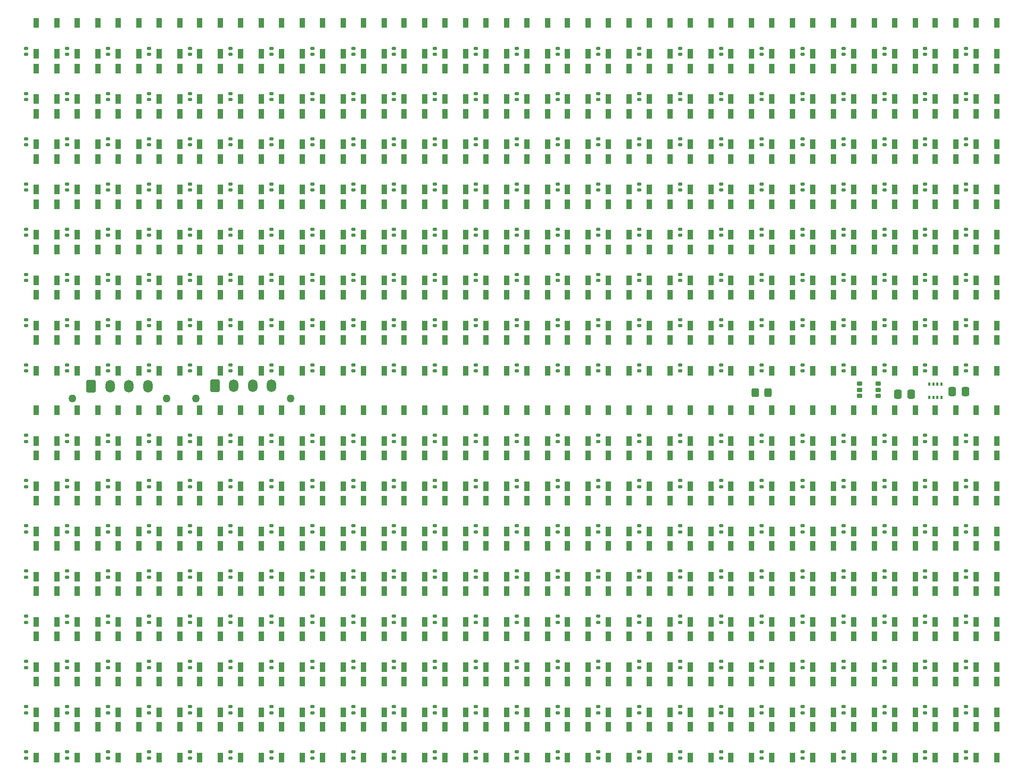
<source format=gbr>
%TF.GenerationSoftware,KiCad,Pcbnew,7.0.8*%
%TF.CreationDate,2023-11-20T11:06:52+02:00*%
%TF.ProjectId,LED Matrix Display,4c454420-4d61-4747-9269-782044697370,rev?*%
%TF.SameCoordinates,Original*%
%TF.FileFunction,Soldermask,Top*%
%TF.FilePolarity,Negative*%
%FSLAX46Y46*%
G04 Gerber Fmt 4.6, Leading zero omitted, Abs format (unit mm)*
G04 Created by KiCad (PCBNEW 7.0.8) date 2023-11-20 11:06:52*
%MOMM*%
%LPD*%
G01*
G04 APERTURE LIST*
G04 Aperture macros list*
%AMRoundRect*
0 Rectangle with rounded corners*
0 $1 Rounding radius*
0 $2 $3 $4 $5 $6 $7 $8 $9 X,Y pos of 4 corners*
0 Add a 4 corners polygon primitive as box body*
4,1,4,$2,$3,$4,$5,$6,$7,$8,$9,$2,$3,0*
0 Add four circle primitives for the rounded corners*
1,1,$1+$1,$2,$3*
1,1,$1+$1,$4,$5*
1,1,$1+$1,$6,$7*
1,1,$1+$1,$8,$9*
0 Add four rect primitives between the rounded corners*
20,1,$1+$1,$2,$3,$4,$5,0*
20,1,$1+$1,$4,$5,$6,$7,0*
20,1,$1+$1,$6,$7,$8,$9,0*
20,1,$1+$1,$8,$9,$2,$3,0*%
G04 Aperture macros list end*
%ADD10RoundRect,0.140000X0.170000X-0.140000X0.170000X0.140000X-0.170000X0.140000X-0.170000X-0.140000X0*%
%ADD11R,0.900000X1.500000*%
%ADD12R,0.350000X0.500000*%
%ADD13RoundRect,0.250000X-0.337500X-0.475000X0.337500X-0.475000X0.337500X0.475000X-0.337500X0.475000X0*%
%ADD14RoundRect,0.250000X-0.325000X-0.450000X0.325000X-0.450000X0.325000X0.450000X-0.325000X0.450000X0*%
%ADD15RoundRect,0.175000X0.275000X0.175000X-0.275000X0.175000X-0.275000X-0.175000X0.275000X-0.175000X0*%
%ADD16C,1.270000*%
%ADD17RoundRect,0.250001X-0.499999X-0.759999X0.499999X-0.759999X0.499999X0.759999X-0.499999X0.759999X0*%
%ADD18O,1.500000X2.020000*%
G04 APERTURE END LIST*
D10*
%TO.C,C177*%
X107199567Y-73924779D03*
X107199567Y-72964779D03*
%TD*%
D11*
%TO.C,D181*%
X56797194Y-81070716D03*
X60097194Y-81070716D03*
X60097194Y-76170716D03*
X56797194Y-76170716D03*
%TD*%
%TO.C,D361*%
X134797194Y-135470716D03*
X138097194Y-135470716D03*
X138097194Y-130570716D03*
X134797194Y-130570716D03*
%TD*%
D10*
%TO.C,C393*%
X107199567Y-142724779D03*
X107199567Y-141764779D03*
%TD*%
%TO.C,C49*%
X55199567Y-37924779D03*
X55199567Y-36964779D03*
%TD*%
%TO.C,C371*%
X120199567Y-135524779D03*
X120199567Y-134564779D03*
%TD*%
%TO.C,C245*%
X81199567Y-99524779D03*
X81199567Y-98564779D03*
%TD*%
%TO.C,C160*%
X152699567Y-66724779D03*
X152699567Y-65764779D03*
%TD*%
%TO.C,C350*%
X139699567Y-128324779D03*
X139699567Y-127364779D03*
%TD*%
D11*
%TO.C,D163*%
X95797194Y-73870716D03*
X99097194Y-73870716D03*
X99097194Y-68970716D03*
X95797194Y-68970716D03*
%TD*%
D10*
%TO.C,C23*%
X42199567Y-30724779D03*
X42199567Y-29764779D03*
%TD*%
%TO.C,C355*%
X16199567Y-135524779D03*
X16199567Y-134564779D03*
%TD*%
D11*
%TO.C,D35*%
X43797194Y-37870716D03*
X47097194Y-37870716D03*
X47097194Y-32970716D03*
X43797194Y-32970716D03*
%TD*%
D10*
%TO.C,C179*%
X120199567Y-73924779D03*
X120199567Y-72964779D03*
%TD*%
D11*
%TO.C,D187*%
X95797194Y-81070716D03*
X99097194Y-81070716D03*
X99097194Y-76170716D03*
X95797194Y-76170716D03*
%TD*%
%TO.C,D45*%
X108797194Y-37870716D03*
X112097194Y-37870716D03*
X112097194Y-32970716D03*
X108797194Y-32970716D03*
%TD*%
%TO.C,D103*%
X17797194Y-59470716D03*
X21097194Y-59470716D03*
X21097194Y-54570716D03*
X17797194Y-54570716D03*
%TD*%
D10*
%TO.C,C27*%
X68199567Y-30724779D03*
X68199567Y-29764779D03*
%TD*%
D11*
%TO.C,D251*%
X43797194Y-106670716D03*
X47097194Y-106670716D03*
X47097194Y-101770716D03*
X43797194Y-101770716D03*
%TD*%
D10*
%TO.C,C184*%
X152699567Y-73924779D03*
X152699567Y-72964779D03*
%TD*%
%TO.C,C346*%
X113699567Y-128324779D03*
X113699567Y-127364779D03*
%TD*%
D11*
%TO.C,D34*%
X37297194Y-37870716D03*
X40597194Y-37870716D03*
X40597194Y-32970716D03*
X37297194Y-32970716D03*
%TD*%
%TO.C,D33*%
X30797194Y-37870716D03*
X34097194Y-37870716D03*
X34097194Y-32970716D03*
X30797194Y-32970716D03*
%TD*%
%TO.C,D294*%
X167297194Y-113870716D03*
X170597194Y-113870716D03*
X170597194Y-108970716D03*
X167297194Y-108970716D03*
%TD*%
%TO.C,D283*%
X95797194Y-113870716D03*
X99097194Y-113870716D03*
X99097194Y-108970716D03*
X95797194Y-108970716D03*
%TD*%
D10*
%TO.C,C360*%
X48699567Y-135524779D03*
X48699567Y-134564779D03*
%TD*%
%TO.C,C90*%
X165699567Y-45124779D03*
X165699567Y-44164779D03*
%TD*%
D11*
%TO.C,D143*%
X121797194Y-66670716D03*
X125097194Y-66670716D03*
X125097194Y-61770716D03*
X121797194Y-61770716D03*
%TD*%
%TO.C,D237*%
X108797194Y-99470716D03*
X112097194Y-99470716D03*
X112097194Y-94570716D03*
X108797194Y-94570716D03*
%TD*%
D10*
%TO.C,C78*%
X87699567Y-45124779D03*
X87699567Y-44164779D03*
%TD*%
D11*
%TO.C,D350*%
X63297194Y-135470716D03*
X66597194Y-135470716D03*
X66597194Y-130570716D03*
X63297194Y-130570716D03*
%TD*%
%TO.C,D306*%
X89297194Y-121070716D03*
X92597194Y-121070716D03*
X92597194Y-116170716D03*
X89297194Y-116170716D03*
%TD*%
%TO.C,D134*%
X63297194Y-66670716D03*
X66597194Y-66670716D03*
X66597194Y-61770716D03*
X63297194Y-61770716D03*
%TD*%
%TO.C,D221*%
X160797194Y-92270716D03*
X164097194Y-92270716D03*
X164097194Y-87370716D03*
X160797194Y-87370716D03*
%TD*%
D10*
%TO.C,C165*%
X29199567Y-73924779D03*
X29199567Y-72964779D03*
%TD*%
D11*
%TO.C,D110*%
X63297194Y-59470716D03*
X66597194Y-59470716D03*
X66597194Y-54570716D03*
X63297194Y-54570716D03*
%TD*%
D10*
%TO.C,C199*%
X94199567Y-81124779D03*
X94199567Y-80164779D03*
%TD*%
D11*
%TO.C,D122*%
X141297194Y-59470716D03*
X144597194Y-59470716D03*
X144597194Y-54570716D03*
X141297194Y-54570716D03*
%TD*%
%TO.C,D57*%
X30797194Y-45070716D03*
X34097194Y-45070716D03*
X34097194Y-40170716D03*
X30797194Y-40170716D03*
%TD*%
%TO.C,D72*%
X128297194Y-45070716D03*
X131597194Y-45070716D03*
X131597194Y-40170716D03*
X128297194Y-40170716D03*
%TD*%
D10*
%TO.C,C344*%
X100699567Y-128324779D03*
X100699567Y-127364779D03*
%TD*%
D11*
%TO.C,D220*%
X154297194Y-92270716D03*
X157597194Y-92270716D03*
X157597194Y-87370716D03*
X154297194Y-87370716D03*
%TD*%
D10*
%TO.C,C88*%
X152699567Y-45124779D03*
X152699567Y-44164779D03*
%TD*%
%TO.C,C25*%
X55199567Y-30724779D03*
X55199567Y-29764779D03*
%TD*%
%TO.C,C108*%
X126699567Y-52324779D03*
X126699567Y-51364779D03*
%TD*%
D11*
%TO.C,D277*%
X56797194Y-113870716D03*
X60097194Y-113870716D03*
X60097194Y-108970716D03*
X56797194Y-108970716D03*
%TD*%
%TO.C,D27*%
X147797194Y-30670716D03*
X151097194Y-30670716D03*
X151097194Y-25770716D03*
X147797194Y-25770716D03*
%TD*%
%TO.C,D77*%
X160797194Y-45070716D03*
X164097194Y-45070716D03*
X164097194Y-40170716D03*
X160797194Y-40170716D03*
%TD*%
%TO.C,D44*%
X102297194Y-37870716D03*
X105597194Y-37870716D03*
X105597194Y-32970716D03*
X102297194Y-32970716D03*
%TD*%
D10*
%TO.C,C129*%
X107199567Y-59524779D03*
X107199567Y-58564779D03*
%TD*%
D11*
%TO.C,D245*%
X160797194Y-99470716D03*
X164097194Y-99470716D03*
X164097194Y-94570716D03*
X160797194Y-94570716D03*
%TD*%
%TO.C,D186*%
X89297194Y-81070716D03*
X92597194Y-81070716D03*
X92597194Y-76170716D03*
X89297194Y-76170716D03*
%TD*%
%TO.C,D224*%
X24297194Y-99470716D03*
X27597194Y-99470716D03*
X27597194Y-94570716D03*
X24297194Y-94570716D03*
%TD*%
D10*
%TO.C,C370*%
X113699567Y-135524779D03*
X113699567Y-134564779D03*
%TD*%
D11*
%TO.C,D29*%
X160797194Y-30670716D03*
X164097194Y-30670716D03*
X164097194Y-25770716D03*
X160797194Y-25770716D03*
%TD*%
D10*
%TO.C,C98*%
X61699567Y-52324779D03*
X61699567Y-51364779D03*
%TD*%
%TO.C,C390*%
X87699567Y-142724779D03*
X87699567Y-141764779D03*
%TD*%
%TO.C,C181*%
X133199567Y-73924779D03*
X133199567Y-72964779D03*
%TD*%
%TO.C,C155*%
X120199567Y-66724779D03*
X120199567Y-65764779D03*
%TD*%
D11*
%TO.C,D293*%
X160797194Y-113870716D03*
X164097194Y-113870716D03*
X164097194Y-108970716D03*
X160797194Y-108970716D03*
%TD*%
D10*
%TO.C,C348*%
X126699567Y-128324779D03*
X126699567Y-127364779D03*
%TD*%
%TO.C,C297*%
X107199567Y-113924779D03*
X107199567Y-112964779D03*
%TD*%
%TO.C,C68*%
X22699567Y-45124779D03*
X22699567Y-44164779D03*
%TD*%
D11*
%TO.C,D225*%
X30797194Y-99470716D03*
X34097194Y-99470716D03*
X34097194Y-94570716D03*
X30797194Y-94570716D03*
%TD*%
D10*
%TO.C,C120*%
X48699567Y-59524779D03*
X48699567Y-58564779D03*
%TD*%
%TO.C,C22*%
X35699567Y-30724779D03*
X35699567Y-29764779D03*
%TD*%
D11*
%TO.C,D212*%
X102297194Y-92270716D03*
X105597194Y-92270716D03*
X105597194Y-87370716D03*
X102297194Y-87370716D03*
%TD*%
D10*
%TO.C,C225*%
X107199567Y-92324779D03*
X107199567Y-91364779D03*
%TD*%
D11*
%TO.C,D298*%
X37297194Y-121070716D03*
X40597194Y-121070716D03*
X40597194Y-116170716D03*
X37297194Y-116170716D03*
%TD*%
D10*
%TO.C,C38*%
X139699567Y-30724779D03*
X139699567Y-29764779D03*
%TD*%
D11*
%TO.C,D107*%
X43797194Y-59470716D03*
X47097194Y-59470716D03*
X47097194Y-54570716D03*
X43797194Y-54570716D03*
%TD*%
D10*
%TO.C,C175*%
X94199567Y-73924779D03*
X94199567Y-72964779D03*
%TD*%
%TO.C,C224*%
X100699567Y-92324779D03*
X100699567Y-91364779D03*
%TD*%
%TO.C,C228*%
X126699567Y-92324779D03*
X126699567Y-91364779D03*
%TD*%
%TO.C,C213*%
X29199567Y-92324779D03*
X29199567Y-91364779D03*
%TD*%
D11*
%TO.C,D70*%
X115297194Y-45070716D03*
X118597194Y-45070716D03*
X118597194Y-40170716D03*
X115297194Y-40170716D03*
%TD*%
D10*
%TO.C,C336*%
X48699567Y-128324779D03*
X48699567Y-127364779D03*
%TD*%
%TO.C,C330*%
X165699567Y-121124779D03*
X165699567Y-120164779D03*
%TD*%
%TO.C,C232*%
X152699567Y-92324779D03*
X152699567Y-91364779D03*
%TD*%
%TO.C,C402*%
X165699567Y-142724779D03*
X165699567Y-141764779D03*
%TD*%
D11*
%TO.C,D204*%
X50297194Y-92270716D03*
X53597194Y-92270716D03*
X53597194Y-87370716D03*
X50297194Y-87370716D03*
%TD*%
D10*
%TO.C,C345*%
X107199567Y-128324779D03*
X107199567Y-127364779D03*
%TD*%
%TO.C,C180*%
X126699567Y-73924779D03*
X126699567Y-72964779D03*
%TD*%
D11*
%TO.C,D390*%
X167297194Y-142670716D03*
X170597194Y-142670716D03*
X170597194Y-137770716D03*
X167297194Y-137770716D03*
%TD*%
D10*
%TO.C,C279*%
X146199567Y-106724779D03*
X146199567Y-105764779D03*
%TD*%
D11*
%TO.C,D139*%
X95797194Y-66670716D03*
X99097194Y-66670716D03*
X99097194Y-61770716D03*
X95797194Y-61770716D03*
%TD*%
%TO.C,D356*%
X102297194Y-135470716D03*
X105597194Y-135470716D03*
X105597194Y-130570716D03*
X102297194Y-130570716D03*
%TD*%
%TO.C,D322*%
X37297194Y-128270716D03*
X40597194Y-128270716D03*
X40597194Y-123370716D03*
X37297194Y-123370716D03*
%TD*%
%TO.C,D266*%
X141297194Y-106670716D03*
X144597194Y-106670716D03*
X144597194Y-101770716D03*
X141297194Y-101770716D03*
%TD*%
D10*
%TO.C,C62*%
X139699567Y-37924779D03*
X139699567Y-36964779D03*
%TD*%
D11*
%TO.C,D108*%
X50297194Y-59470716D03*
X53597194Y-59470716D03*
X53597194Y-54570716D03*
X50297194Y-54570716D03*
%TD*%
D10*
%TO.C,C367*%
X94199567Y-135524779D03*
X94199567Y-134564779D03*
%TD*%
D11*
%TO.C,D88*%
X76297194Y-52270716D03*
X79597194Y-52270716D03*
X79597194Y-47370716D03*
X76297194Y-47370716D03*
%TD*%
%TO.C,D354*%
X89297194Y-135470716D03*
X92597194Y-135470716D03*
X92597194Y-130570716D03*
X89297194Y-130570716D03*
%TD*%
%TO.C,D302*%
X63297194Y-121070716D03*
X66597194Y-121070716D03*
X66597194Y-116170716D03*
X63297194Y-116170716D03*
%TD*%
%TO.C,D359*%
X121797194Y-135470716D03*
X125097194Y-135470716D03*
X125097194Y-130570716D03*
X121797194Y-130570716D03*
%TD*%
%TO.C,D388*%
X154297194Y-142670716D03*
X157597194Y-142670716D03*
X157597194Y-137770716D03*
X154297194Y-137770716D03*
%TD*%
%TO.C,D7*%
X17797194Y-30670716D03*
X21097194Y-30670716D03*
X21097194Y-25770716D03*
X17797194Y-25770716D03*
%TD*%
%TO.C,D190*%
X115297194Y-81070716D03*
X118597194Y-81070716D03*
X118597194Y-76170716D03*
X115297194Y-76170716D03*
%TD*%
D10*
%TO.C,C117*%
X29199567Y-59524779D03*
X29199567Y-58564779D03*
%TD*%
D11*
%TO.C,D217*%
X134797194Y-92270716D03*
X138097194Y-92270716D03*
X138097194Y-87370716D03*
X134797194Y-87370716D03*
%TD*%
%TO.C,D116*%
X102297194Y-59470716D03*
X105597194Y-59470716D03*
X105597194Y-54570716D03*
X102297194Y-54570716D03*
%TD*%
%TO.C,D334*%
X115297194Y-128270716D03*
X118597194Y-128270716D03*
X118597194Y-123370716D03*
X115297194Y-123370716D03*
%TD*%
D10*
%TO.C,C294*%
X87699567Y-113924779D03*
X87699567Y-112964779D03*
%TD*%
D11*
%TO.C,D142*%
X115297194Y-66670716D03*
X118597194Y-66670716D03*
X118597194Y-61770716D03*
X115297194Y-61770716D03*
%TD*%
%TO.C,D234*%
X89297194Y-99470716D03*
X92597194Y-99470716D03*
X92597194Y-94570716D03*
X89297194Y-94570716D03*
%TD*%
%TO.C,D41*%
X82797194Y-37870716D03*
X86097194Y-37870716D03*
X86097194Y-32970716D03*
X82797194Y-32970716D03*
%TD*%
%TO.C,D230*%
X63297194Y-99470716D03*
X66597194Y-99470716D03*
X66597194Y-94570716D03*
X63297194Y-94570716D03*
%TD*%
%TO.C,D282*%
X89297194Y-113870716D03*
X92597194Y-113870716D03*
X92597194Y-108970716D03*
X89297194Y-108970716D03*
%TD*%
D10*
%TO.C,C326*%
X139699567Y-121124779D03*
X139699567Y-120164779D03*
%TD*%
D11*
%TO.C,D335*%
X121797194Y-128270716D03*
X125097194Y-128270716D03*
X125097194Y-123370716D03*
X121797194Y-123370716D03*
%TD*%
%TO.C,D312*%
X128297194Y-121070716D03*
X131597194Y-121070716D03*
X131597194Y-116170716D03*
X128297194Y-116170716D03*
%TD*%
D10*
%TO.C,C238*%
X35699567Y-99524779D03*
X35699567Y-98564779D03*
%TD*%
%TO.C,C382*%
X35699567Y-142724779D03*
X35699567Y-141764779D03*
%TD*%
D11*
%TO.C,D362*%
X141297194Y-135470716D03*
X144597194Y-135470716D03*
X144597194Y-130570716D03*
X141297194Y-130570716D03*
%TD*%
%TO.C,D146*%
X141297194Y-66670716D03*
X144597194Y-66670716D03*
X144597194Y-61770716D03*
X141297194Y-61770716D03*
%TD*%
D10*
%TO.C,C200*%
X100699567Y-81124779D03*
X100699567Y-80164779D03*
%TD*%
%TO.C,C72*%
X48699567Y-45124779D03*
X48699567Y-44164779D03*
%TD*%
%TO.C,C104*%
X100699567Y-52324779D03*
X100699567Y-51364779D03*
%TD*%
%TO.C,C79*%
X94199567Y-45124779D03*
X94199567Y-44164779D03*
%TD*%
%TO.C,C61*%
X133199567Y-37924779D03*
X133199567Y-36964779D03*
%TD*%
D11*
%TO.C,D165*%
X108797194Y-73870716D03*
X112097194Y-73870716D03*
X112097194Y-68970716D03*
X108797194Y-68970716D03*
%TD*%
%TO.C,D23*%
X121797194Y-30670716D03*
X125097194Y-30670716D03*
X125097194Y-25770716D03*
X121797194Y-25770716D03*
%TD*%
D10*
%TO.C,C168*%
X48699567Y-73924779D03*
X48699567Y-72964779D03*
%TD*%
%TO.C,C264*%
X48699567Y-106724779D03*
X48699567Y-105764779D03*
%TD*%
D11*
%TO.C,D111*%
X69797194Y-59470716D03*
X73097194Y-59470716D03*
X73097194Y-54570716D03*
X69797194Y-54570716D03*
%TD*%
D10*
%TO.C,C394*%
X113699567Y-142724779D03*
X113699567Y-141764779D03*
%TD*%
D11*
%TO.C,D313*%
X134797194Y-121070716D03*
X138097194Y-121070716D03*
X138097194Y-116170716D03*
X134797194Y-116170716D03*
%TD*%
D10*
%TO.C,C171*%
X68199567Y-73924779D03*
X68199567Y-72964779D03*
%TD*%
%TO.C,C73*%
X55199567Y-45124779D03*
X55199567Y-44164779D03*
%TD*%
D11*
%TO.C,D149*%
X160797194Y-66670716D03*
X164097194Y-66670716D03*
X164097194Y-61770716D03*
X160797194Y-61770716D03*
%TD*%
D10*
%TO.C,C112*%
X152699567Y-52324779D03*
X152699567Y-51364779D03*
%TD*%
%TO.C,C176*%
X100699567Y-73924779D03*
X100699567Y-72964779D03*
%TD*%
%TO.C,C153*%
X107199567Y-66724779D03*
X107199567Y-65764779D03*
%TD*%
%TO.C,C33*%
X107199567Y-30724779D03*
X107199567Y-29764779D03*
%TD*%
%TO.C,C74*%
X61699567Y-45124779D03*
X61699567Y-44164779D03*
%TD*%
%TO.C,C255*%
X146199567Y-99524779D03*
X146199567Y-98564779D03*
%TD*%
%TO.C,C29*%
X81199567Y-30724779D03*
X81199567Y-29764779D03*
%TD*%
%TO.C,C54*%
X87699567Y-37924779D03*
X87699567Y-36964779D03*
%TD*%
D11*
%TO.C,D171*%
X147797194Y-73870716D03*
X151097194Y-73870716D03*
X151097194Y-68970716D03*
X147797194Y-68970716D03*
%TD*%
%TO.C,D299*%
X43797194Y-121070716D03*
X47097194Y-121070716D03*
X47097194Y-116170716D03*
X43797194Y-116170716D03*
%TD*%
%TO.C,D18*%
X89297194Y-30670716D03*
X92597194Y-30670716D03*
X92597194Y-25770716D03*
X89297194Y-25770716D03*
%TD*%
D10*
%TO.C,C220*%
X74699567Y-92324779D03*
X74699567Y-91364779D03*
%TD*%
%TO.C,C170*%
X61699567Y-73924779D03*
X61699567Y-72964779D03*
%TD*%
%TO.C,C399*%
X146199567Y-142724779D03*
X146199567Y-141764779D03*
%TD*%
%TO.C,C298*%
X113699567Y-113924779D03*
X113699567Y-112964779D03*
%TD*%
D12*
%TO.C,U2*%
X159832400Y-83252200D03*
X160482400Y-83252200D03*
X161132400Y-83252200D03*
X161782400Y-83252200D03*
X161782400Y-85302200D03*
X161132400Y-85302200D03*
X160482400Y-85302200D03*
X159832400Y-85302200D03*
%TD*%
D10*
%TO.C,C247*%
X94199567Y-99524779D03*
X94199567Y-98564779D03*
%TD*%
%TO.C,C45*%
X29199567Y-37924779D03*
X29199567Y-36964779D03*
%TD*%
%TO.C,C204*%
X126699567Y-81124779D03*
X126699567Y-80164779D03*
%TD*%
%TO.C,C317*%
X81199567Y-121124779D03*
X81199567Y-120164779D03*
%TD*%
D11*
%TO.C,D232*%
X76297194Y-99470716D03*
X79597194Y-99470716D03*
X79597194Y-94570716D03*
X76297194Y-94570716D03*
%TD*%
D10*
%TO.C,C131*%
X120199567Y-59524779D03*
X120199567Y-58564779D03*
%TD*%
%TO.C,C237*%
X29199567Y-99524779D03*
X29199567Y-98564779D03*
%TD*%
D11*
%TO.C,D74*%
X141297194Y-45070716D03*
X144597194Y-45070716D03*
X144597194Y-40170716D03*
X141297194Y-40170716D03*
%TD*%
%TO.C,D314*%
X141297194Y-121070716D03*
X144597194Y-121070716D03*
X144597194Y-116170716D03*
X141297194Y-116170716D03*
%TD*%
D10*
%TO.C,C328*%
X152699567Y-121124779D03*
X152699567Y-120164779D03*
%TD*%
D11*
%TO.C,D300*%
X50297194Y-121070716D03*
X53597194Y-121070716D03*
X53597194Y-116170716D03*
X50297194Y-116170716D03*
%TD*%
%TO.C,D49*%
X134797194Y-37870716D03*
X138097194Y-37870716D03*
X138097194Y-32970716D03*
X134797194Y-32970716D03*
%TD*%
%TO.C,D55*%
X17797194Y-45070716D03*
X21097194Y-45070716D03*
X21097194Y-40170716D03*
X17797194Y-40170716D03*
%TD*%
D10*
%TO.C,C221*%
X81199567Y-92324779D03*
X81199567Y-91364779D03*
%TD*%
D11*
%TO.C,D104*%
X24297194Y-59470716D03*
X27597194Y-59470716D03*
X27597194Y-54570716D03*
X24297194Y-54570716D03*
%TD*%
%TO.C,D13*%
X56797194Y-30670716D03*
X60097194Y-30670716D03*
X60097194Y-25770716D03*
X56797194Y-25770716D03*
%TD*%
%TO.C,D96*%
X128297194Y-52270716D03*
X131597194Y-52270716D03*
X131597194Y-47370716D03*
X128297194Y-47370716D03*
%TD*%
D10*
%TO.C,C154*%
X113699567Y-66724779D03*
X113699567Y-65764779D03*
%TD*%
%TO.C,C212*%
X22699567Y-92324779D03*
X22699567Y-91364779D03*
%TD*%
%TO.C,C236*%
X22699567Y-99524779D03*
X22699567Y-98564779D03*
%TD*%
%TO.C,C157*%
X133199567Y-66724779D03*
X133199567Y-65764779D03*
%TD*%
%TO.C,C65*%
X159199567Y-37924779D03*
X159199567Y-36964779D03*
%TD*%
%TO.C,C340*%
X74699567Y-128324779D03*
X74699567Y-127364779D03*
%TD*%
%TO.C,C118*%
X35699567Y-59524779D03*
X35699567Y-58564779D03*
%TD*%
%TO.C,C323*%
X120199567Y-121124779D03*
X120199567Y-120164779D03*
%TD*%
D11*
%TO.C,D161*%
X82797194Y-73870716D03*
X86097194Y-73870716D03*
X86097194Y-68970716D03*
X82797194Y-68970716D03*
%TD*%
D10*
%TO.C,C280*%
X152699567Y-106724779D03*
X152699567Y-105764779D03*
%TD*%
D11*
%TO.C,D285*%
X108797194Y-113870716D03*
X112097194Y-113870716D03*
X112097194Y-108970716D03*
X108797194Y-108970716D03*
%TD*%
%TO.C,D83*%
X43797194Y-52270716D03*
X47097194Y-52270716D03*
X47097194Y-47370716D03*
X43797194Y-47370716D03*
%TD*%
%TO.C,D124*%
X154297194Y-59470716D03*
X157597194Y-59470716D03*
X157597194Y-54570716D03*
X154297194Y-54570716D03*
%TD*%
%TO.C,D192*%
X128297194Y-81070716D03*
X131597194Y-81070716D03*
X131597194Y-76170716D03*
X128297194Y-76170716D03*
%TD*%
%TO.C,D170*%
X141297194Y-73870716D03*
X144597194Y-73870716D03*
X144597194Y-68970716D03*
X141297194Y-68970716D03*
%TD*%
D10*
%TO.C,C229*%
X133199567Y-92324779D03*
X133199567Y-91364779D03*
%TD*%
D11*
%TO.C,D272*%
X24297194Y-113870716D03*
X27597194Y-113870716D03*
X27597194Y-108970716D03*
X24297194Y-108970716D03*
%TD*%
%TO.C,D158*%
X63297194Y-73870716D03*
X66597194Y-73870716D03*
X66597194Y-68970716D03*
X63297194Y-68970716D03*
%TD*%
D10*
%TO.C,C301*%
X133199567Y-113924779D03*
X133199567Y-112964779D03*
%TD*%
D11*
%TO.C,D263*%
X121797194Y-106670716D03*
X125097194Y-106670716D03*
X125097194Y-101770716D03*
X121797194Y-101770716D03*
%TD*%
D10*
%TO.C,C113*%
X159199567Y-52324779D03*
X159199567Y-51364779D03*
%TD*%
D11*
%TO.C,D135*%
X69797194Y-66670716D03*
X73097194Y-66670716D03*
X73097194Y-61770716D03*
X69797194Y-61770716D03*
%TD*%
D10*
%TO.C,C94*%
X35699567Y-52324779D03*
X35699567Y-51364779D03*
%TD*%
D11*
%TO.C,D256*%
X76297194Y-106670716D03*
X79597194Y-106670716D03*
X79597194Y-101770716D03*
X76297194Y-101770716D03*
%TD*%
%TO.C,D259*%
X95797194Y-106670716D03*
X99097194Y-106670716D03*
X99097194Y-101770716D03*
X95797194Y-101770716D03*
%TD*%
D10*
%TO.C,C314*%
X61699567Y-121124779D03*
X61699567Y-120164779D03*
%TD*%
D11*
%TO.C,D137*%
X82797194Y-66670716D03*
X86097194Y-66670716D03*
X86097194Y-61770716D03*
X82797194Y-61770716D03*
%TD*%
%TO.C,D128*%
X24297194Y-66670716D03*
X27597194Y-66670716D03*
X27597194Y-61770716D03*
X24297194Y-61770716D03*
%TD*%
D10*
%TO.C,C339*%
X68199567Y-128324779D03*
X68199567Y-127364779D03*
%TD*%
%TO.C,C305*%
X159199567Y-113924779D03*
X159199567Y-112964779D03*
%TD*%
%TO.C,C274*%
X113699567Y-106724779D03*
X113699567Y-105764779D03*
%TD*%
D11*
%TO.C,D338*%
X141297194Y-128270716D03*
X144597194Y-128270716D03*
X144597194Y-123370716D03*
X141297194Y-123370716D03*
%TD*%
%TO.C,D177*%
X30797194Y-81070716D03*
X34097194Y-81070716D03*
X34097194Y-76170716D03*
X30797194Y-76170716D03*
%TD*%
D10*
%TO.C,C278*%
X139699567Y-106724779D03*
X139699567Y-105764779D03*
%TD*%
D11*
%TO.C,D289*%
X134797194Y-113870716D03*
X138097194Y-113870716D03*
X138097194Y-108970716D03*
X134797194Y-108970716D03*
%TD*%
%TO.C,D367*%
X17797194Y-142670716D03*
X21097194Y-142670716D03*
X21097194Y-137770716D03*
X17797194Y-137770716D03*
%TD*%
%TO.C,D89*%
X82797194Y-52270716D03*
X86097194Y-52270716D03*
X86097194Y-47370716D03*
X82797194Y-47370716D03*
%TD*%
%TO.C,D22*%
X115297194Y-30670716D03*
X118597194Y-30670716D03*
X118597194Y-25770716D03*
X115297194Y-25770716D03*
%TD*%
D10*
%TO.C,C169*%
X55199567Y-73924779D03*
X55199567Y-72964779D03*
%TD*%
D11*
%TO.C,D42*%
X89297194Y-37870716D03*
X92597194Y-37870716D03*
X92597194Y-32970716D03*
X89297194Y-32970716D03*
%TD*%
D10*
%TO.C,C222*%
X87699567Y-92324779D03*
X87699567Y-91364779D03*
%TD*%
%TO.C,C116*%
X22699567Y-59524779D03*
X22699567Y-58564779D03*
%TD*%
%TO.C,C226*%
X113699567Y-92324779D03*
X113699567Y-91364779D03*
%TD*%
D11*
%TO.C,D144*%
X128297194Y-66670716D03*
X131597194Y-66670716D03*
X131597194Y-61770716D03*
X128297194Y-61770716D03*
%TD*%
D10*
%TO.C,C316*%
X74699567Y-121124779D03*
X74699567Y-120164779D03*
%TD*%
D11*
%TO.C,D363*%
X147797194Y-135470716D03*
X151097194Y-135470716D03*
X151097194Y-130570716D03*
X147797194Y-130570716D03*
%TD*%
D10*
%TO.C,C299*%
X120199567Y-113924779D03*
X120199567Y-112964779D03*
%TD*%
D11*
%TO.C,D113*%
X82797194Y-59470716D03*
X86097194Y-59470716D03*
X86097194Y-54570716D03*
X82797194Y-54570716D03*
%TD*%
%TO.C,D195*%
X147797194Y-81070716D03*
X151097194Y-81070716D03*
X151097194Y-76170716D03*
X147797194Y-76170716D03*
%TD*%
D10*
%TO.C,C42*%
X165699567Y-30724779D03*
X165699567Y-29764779D03*
%TD*%
%TO.C,C146*%
X61699567Y-66724779D03*
X61699567Y-65764779D03*
%TD*%
D11*
%TO.C,D92*%
X102297194Y-52270716D03*
X105597194Y-52270716D03*
X105597194Y-47370716D03*
X102297194Y-47370716D03*
%TD*%
D10*
%TO.C,C198*%
X87699567Y-81124779D03*
X87699567Y-80164779D03*
%TD*%
D11*
%TO.C,D9*%
X30797194Y-30670716D03*
X34097194Y-30670716D03*
X34097194Y-25770716D03*
X30797194Y-25770716D03*
%TD*%
D10*
%TO.C,C36*%
X126699567Y-30724779D03*
X126699567Y-29764779D03*
%TD*%
D11*
%TO.C,D167*%
X121797194Y-73870716D03*
X125097194Y-73870716D03*
X125097194Y-68970716D03*
X121797194Y-68970716D03*
%TD*%
D10*
%TO.C,C191*%
X42199567Y-81124779D03*
X42199567Y-80164779D03*
%TD*%
%TO.C,C20*%
X22699567Y-30724779D03*
X22699567Y-29764779D03*
%TD*%
%TO.C,C121*%
X55199567Y-59524779D03*
X55199567Y-58564779D03*
%TD*%
%TO.C,C203*%
X120199567Y-81124779D03*
X120199567Y-80164779D03*
%TD*%
D11*
%TO.C,D50*%
X141297194Y-37870716D03*
X144597194Y-37870716D03*
X144597194Y-32970716D03*
X141297194Y-32970716D03*
%TD*%
%TO.C,D295*%
X17797194Y-121070716D03*
X21097194Y-121070716D03*
X21097194Y-116170716D03*
X17797194Y-116170716D03*
%TD*%
%TO.C,D287*%
X121797194Y-113870716D03*
X125097194Y-113870716D03*
X125097194Y-108970716D03*
X121797194Y-108970716D03*
%TD*%
%TO.C,D109*%
X56797194Y-59470716D03*
X60097194Y-59470716D03*
X60097194Y-54570716D03*
X56797194Y-54570716D03*
%TD*%
D10*
%TO.C,C127*%
X94199567Y-59524779D03*
X94199567Y-58564779D03*
%TD*%
%TO.C,C248*%
X100699567Y-99524779D03*
X100699567Y-98564779D03*
%TD*%
%TO.C,C136*%
X152699567Y-59524779D03*
X152699567Y-58564779D03*
%TD*%
D11*
%TO.C,D84*%
X50297194Y-52270716D03*
X53597194Y-52270716D03*
X53597194Y-47370716D03*
X50297194Y-47370716D03*
%TD*%
D10*
%TO.C,C147*%
X68199567Y-66724779D03*
X68199567Y-65764779D03*
%TD*%
D11*
%TO.C,D162*%
X89297194Y-73870716D03*
X92597194Y-73870716D03*
X92597194Y-68970716D03*
X89297194Y-68970716D03*
%TD*%
D10*
%TO.C,C244*%
X74699567Y-99524779D03*
X74699567Y-98564779D03*
%TD*%
%TO.C,C338*%
X61699567Y-128324779D03*
X61699567Y-127364779D03*
%TD*%
%TO.C,C309*%
X29199567Y-121124779D03*
X29199567Y-120164779D03*
%TD*%
%TO.C,C196*%
X74699567Y-81124779D03*
X74699567Y-80164779D03*
%TD*%
D11*
%TO.C,D168*%
X128297194Y-73870716D03*
X131597194Y-73870716D03*
X131597194Y-68970716D03*
X128297194Y-68970716D03*
%TD*%
D10*
%TO.C,C356*%
X22699567Y-135524779D03*
X22699567Y-134564779D03*
%TD*%
%TO.C,C379*%
X16199567Y-142724779D03*
X16199567Y-141764779D03*
%TD*%
%TO.C,C143*%
X42199567Y-66724779D03*
X42199567Y-65764779D03*
%TD*%
D11*
%TO.C,D275*%
X43797194Y-113870716D03*
X47097194Y-113870716D03*
X47097194Y-108970716D03*
X43797194Y-108970716D03*
%TD*%
%TO.C,D327*%
X69797194Y-128270716D03*
X73097194Y-128270716D03*
X73097194Y-123370716D03*
X69797194Y-123370716D03*
%TD*%
D10*
%TO.C,C156*%
X126699567Y-66724779D03*
X126699567Y-65764779D03*
%TD*%
D11*
%TO.C,D269*%
X160797194Y-106670716D03*
X164097194Y-106670716D03*
X164097194Y-101770716D03*
X160797194Y-101770716D03*
%TD*%
D10*
%TO.C,C223*%
X94199567Y-92324779D03*
X94199567Y-91364779D03*
%TD*%
D11*
%TO.C,D174*%
X167297194Y-73870716D03*
X170597194Y-73870716D03*
X170597194Y-68970716D03*
X167297194Y-68970716D03*
%TD*%
D10*
%TO.C,C59*%
X120199567Y-37924779D03*
X120199567Y-36964779D03*
%TD*%
%TO.C,C84*%
X126699567Y-45124779D03*
X126699567Y-44164779D03*
%TD*%
D11*
%TO.C,D46*%
X115297194Y-37870716D03*
X118597194Y-37870716D03*
X118597194Y-32970716D03*
X115297194Y-32970716D03*
%TD*%
D10*
%TO.C,C214*%
X35699567Y-92324779D03*
X35699567Y-91364779D03*
%TD*%
D11*
%TO.C,D345*%
X30797194Y-135470716D03*
X34097194Y-135470716D03*
X34097194Y-130570716D03*
X30797194Y-130570716D03*
%TD*%
%TO.C,D87*%
X69797194Y-52270716D03*
X73097194Y-52270716D03*
X73097194Y-47370716D03*
X69797194Y-47370716D03*
%TD*%
D10*
%TO.C,C300*%
X126699567Y-113924779D03*
X126699567Y-112964779D03*
%TD*%
%TO.C,C92*%
X22699567Y-52324779D03*
X22699567Y-51364779D03*
%TD*%
%TO.C,C159*%
X146199567Y-66724779D03*
X146199567Y-65764779D03*
%TD*%
%TO.C,C252*%
X126699567Y-99524779D03*
X126699567Y-98564779D03*
%TD*%
%TO.C,C383*%
X42199567Y-142724779D03*
X42199567Y-141764779D03*
%TD*%
D11*
%TO.C,D65*%
X82797194Y-45070716D03*
X86097194Y-45070716D03*
X86097194Y-40170716D03*
X82797194Y-40170716D03*
%TD*%
D10*
%TO.C,C40*%
X152699567Y-30724779D03*
X152699567Y-29764779D03*
%TD*%
D11*
%TO.C,D273*%
X30797194Y-113870716D03*
X34097194Y-113870716D03*
X34097194Y-108970716D03*
X30797194Y-108970716D03*
%TD*%
D10*
%TO.C,C313*%
X55199567Y-121124779D03*
X55199567Y-120164779D03*
%TD*%
%TO.C,C101*%
X81199567Y-52324779D03*
X81199567Y-51364779D03*
%TD*%
D11*
%TO.C,D385*%
X134797194Y-142670716D03*
X138097194Y-142670716D03*
X138097194Y-137770716D03*
X134797194Y-137770716D03*
%TD*%
%TO.C,D179*%
X43797194Y-81070716D03*
X47097194Y-81070716D03*
X47097194Y-76170716D03*
X43797194Y-76170716D03*
%TD*%
D10*
%TO.C,C254*%
X139699567Y-99524779D03*
X139699567Y-98564779D03*
%TD*%
D11*
%TO.C,D155*%
X43797194Y-73870716D03*
X47097194Y-73870716D03*
X47097194Y-68970716D03*
X43797194Y-68970716D03*
%TD*%
%TO.C,D105*%
X30797194Y-59470716D03*
X34097194Y-59470716D03*
X34097194Y-54570716D03*
X30797194Y-54570716D03*
%TD*%
%TO.C,D326*%
X63297194Y-128270716D03*
X66597194Y-128270716D03*
X66597194Y-123370716D03*
X63297194Y-123370716D03*
%TD*%
D10*
%TO.C,C235*%
X16199567Y-99524779D03*
X16199567Y-98564779D03*
%TD*%
D11*
%TO.C,D377*%
X82797194Y-142670716D03*
X86097194Y-142670716D03*
X86097194Y-137770716D03*
X82797194Y-137770716D03*
%TD*%
%TO.C,D246*%
X167297194Y-99470716D03*
X170597194Y-99470716D03*
X170597194Y-94570716D03*
X167297194Y-94570716D03*
%TD*%
%TO.C,D206*%
X63297194Y-92270716D03*
X66597194Y-92270716D03*
X66597194Y-87370716D03*
X63297194Y-87370716D03*
%TD*%
%TO.C,D63*%
X69797194Y-45070716D03*
X73097194Y-45070716D03*
X73097194Y-40170716D03*
X69797194Y-40170716D03*
%TD*%
%TO.C,D94*%
X115297194Y-52270716D03*
X118597194Y-52270716D03*
X118597194Y-47370716D03*
X115297194Y-47370716D03*
%TD*%
D10*
%TO.C,C158*%
X139699567Y-66724779D03*
X139699567Y-65764779D03*
%TD*%
D11*
%TO.C,D380*%
X102297194Y-142670716D03*
X105597194Y-142670716D03*
X105597194Y-137770716D03*
X102297194Y-137770716D03*
%TD*%
D10*
%TO.C,C398*%
X139699567Y-142724779D03*
X139699567Y-141764779D03*
%TD*%
D11*
%TO.C,D79*%
X17797194Y-52270716D03*
X21097194Y-52270716D03*
X21097194Y-47370716D03*
X17797194Y-47370716D03*
%TD*%
D10*
%TO.C,C354*%
X165699567Y-128324779D03*
X165699567Y-127364779D03*
%TD*%
D11*
%TO.C,D196*%
X154297194Y-81070716D03*
X157597194Y-81070716D03*
X157597194Y-76170716D03*
X154297194Y-76170716D03*
%TD*%
%TO.C,D320*%
X24297194Y-128270716D03*
X27597194Y-128270716D03*
X27597194Y-123370716D03*
X24297194Y-123370716D03*
%TD*%
D10*
%TO.C,C302*%
X139699567Y-113924779D03*
X139699567Y-112964779D03*
%TD*%
%TO.C,C209*%
X159199567Y-81124779D03*
X159199567Y-80164779D03*
%TD*%
D11*
%TO.C,D347*%
X43797194Y-135470716D03*
X47097194Y-135470716D03*
X47097194Y-130570716D03*
X43797194Y-130570716D03*
%TD*%
%TO.C,D138*%
X89297194Y-66670716D03*
X92597194Y-66670716D03*
X92597194Y-61770716D03*
X89297194Y-61770716D03*
%TD*%
%TO.C,D175*%
X17797194Y-81070716D03*
X21097194Y-81070716D03*
X21097194Y-76170716D03*
X17797194Y-76170716D03*
%TD*%
%TO.C,D223*%
X17797194Y-99470716D03*
X21097194Y-99470716D03*
X21097194Y-94570716D03*
X17797194Y-94570716D03*
%TD*%
%TO.C,D86*%
X63297194Y-52270716D03*
X66597194Y-52270716D03*
X66597194Y-47370716D03*
X63297194Y-47370716D03*
%TD*%
%TO.C,D119*%
X121797194Y-59470716D03*
X125097194Y-59470716D03*
X125097194Y-54570716D03*
X121797194Y-54570716D03*
%TD*%
D10*
%TO.C,C82*%
X113699567Y-45124779D03*
X113699567Y-44164779D03*
%TD*%
%TO.C,C58*%
X113699567Y-37924779D03*
X113699567Y-36964779D03*
%TD*%
%TO.C,C253*%
X133199567Y-99524779D03*
X133199567Y-98564779D03*
%TD*%
%TO.C,C201*%
X107199567Y-81124779D03*
X107199567Y-80164779D03*
%TD*%
D11*
%TO.C,D331*%
X95797194Y-128270716D03*
X99097194Y-128270716D03*
X99097194Y-123370716D03*
X95797194Y-123370716D03*
%TD*%
%TO.C,D120*%
X128297194Y-59470716D03*
X131597194Y-59470716D03*
X131597194Y-54570716D03*
X128297194Y-54570716D03*
%TD*%
D10*
%TO.C,C145*%
X55199567Y-66724779D03*
X55199567Y-65764779D03*
%TD*%
%TO.C,C95*%
X42199567Y-52324779D03*
X42199567Y-51364779D03*
%TD*%
D11*
%TO.C,D173*%
X160797194Y-73870716D03*
X164097194Y-73870716D03*
X164097194Y-68970716D03*
X160797194Y-68970716D03*
%TD*%
%TO.C,D344*%
X24297194Y-135470716D03*
X27597194Y-135470716D03*
X27597194Y-130570716D03*
X24297194Y-130570716D03*
%TD*%
D10*
%TO.C,C93*%
X29199567Y-52324779D03*
X29199567Y-51364779D03*
%TD*%
D11*
%TO.C,D214*%
X115297194Y-92270716D03*
X118597194Y-92270716D03*
X118597194Y-87370716D03*
X115297194Y-87370716D03*
%TD*%
%TO.C,D47*%
X121797194Y-37870716D03*
X125097194Y-37870716D03*
X125097194Y-32970716D03*
X121797194Y-32970716D03*
%TD*%
D10*
%TO.C,C320*%
X100699567Y-121124779D03*
X100699567Y-120164779D03*
%TD*%
D11*
%TO.C,D12*%
X50297194Y-30670716D03*
X53597194Y-30670716D03*
X53597194Y-25770716D03*
X50297194Y-25770716D03*
%TD*%
%TO.C,D67*%
X95797194Y-45070716D03*
X99097194Y-45070716D03*
X99097194Y-40170716D03*
X95797194Y-40170716D03*
%TD*%
D10*
%TO.C,C77*%
X81199567Y-45124779D03*
X81199567Y-44164779D03*
%TD*%
D11*
%TO.C,D30*%
X167297194Y-30670716D03*
X170597194Y-30670716D03*
X170597194Y-25770716D03*
X167297194Y-25770716D03*
%TD*%
D10*
%TO.C,C31*%
X94199567Y-30724779D03*
X94199567Y-29764779D03*
%TD*%
D11*
%TO.C,D151*%
X17797194Y-73870716D03*
X21097194Y-73870716D03*
X21097194Y-68970716D03*
X17797194Y-68970716D03*
%TD*%
D10*
%TO.C,C186*%
X165699567Y-73924779D03*
X165699567Y-72964779D03*
%TD*%
%TO.C,C335*%
X42199567Y-128324779D03*
X42199567Y-127364779D03*
%TD*%
D11*
%TO.C,D61*%
X56797194Y-45070716D03*
X60097194Y-45070716D03*
X60097194Y-40170716D03*
X56797194Y-40170716D03*
%TD*%
%TO.C,D351*%
X69797194Y-135470716D03*
X73097194Y-135470716D03*
X73097194Y-130570716D03*
X69797194Y-130570716D03*
%TD*%
D10*
%TO.C,C85*%
X133199567Y-45124779D03*
X133199567Y-44164779D03*
%TD*%
%TO.C,C387*%
X68199567Y-142724779D03*
X68199567Y-141764779D03*
%TD*%
D11*
%TO.C,D341*%
X160797194Y-128270716D03*
X164097194Y-128270716D03*
X164097194Y-123370716D03*
X160797194Y-123370716D03*
%TD*%
D10*
%TO.C,C261*%
X29199567Y-106724779D03*
X29199567Y-105764779D03*
%TD*%
D11*
%TO.C,D339*%
X147797194Y-128270716D03*
X151097194Y-128270716D03*
X151097194Y-123370716D03*
X147797194Y-123370716D03*
%TD*%
%TO.C,D317*%
X160797194Y-121070716D03*
X164097194Y-121070716D03*
X164097194Y-116170716D03*
X160797194Y-116170716D03*
%TD*%
D10*
%TO.C,C50*%
X61699567Y-37924779D03*
X61699567Y-36964779D03*
%TD*%
D11*
%TO.C,D56*%
X24297194Y-45070716D03*
X27597194Y-45070716D03*
X27597194Y-40170716D03*
X24297194Y-40170716D03*
%TD*%
D10*
%TO.C,C400*%
X152699567Y-142724779D03*
X152699567Y-141764779D03*
%TD*%
D11*
%TO.C,D136*%
X76297194Y-66670716D03*
X79597194Y-66670716D03*
X79597194Y-61770716D03*
X76297194Y-61770716D03*
%TD*%
D10*
%TO.C,C208*%
X152699567Y-81124779D03*
X152699567Y-80164779D03*
%TD*%
D11*
%TO.C,D8*%
X24297194Y-30670716D03*
X27597194Y-30670716D03*
X27597194Y-25770716D03*
X24297194Y-25770716D03*
%TD*%
D10*
%TO.C,C80*%
X100699567Y-45124779D03*
X100699567Y-44164779D03*
%TD*%
%TO.C,C291*%
X68199567Y-113924779D03*
X68199567Y-112964779D03*
%TD*%
D11*
%TO.C,D185*%
X82797194Y-81070716D03*
X86097194Y-81070716D03*
X86097194Y-76170716D03*
X82797194Y-76170716D03*
%TD*%
%TO.C,D325*%
X56797194Y-128270716D03*
X60097194Y-128270716D03*
X60097194Y-123370716D03*
X56797194Y-123370716D03*
%TD*%
%TO.C,D43*%
X95797194Y-37870716D03*
X99097194Y-37870716D03*
X99097194Y-32970716D03*
X95797194Y-32970716D03*
%TD*%
D10*
%TO.C,C167*%
X42199567Y-73924779D03*
X42199567Y-72964779D03*
%TD*%
%TO.C,C195*%
X68199567Y-81124779D03*
X68199567Y-80164779D03*
%TD*%
%TO.C,C110*%
X139699567Y-52324779D03*
X139699567Y-51364779D03*
%TD*%
D11*
%TO.C,D82*%
X37297194Y-52270716D03*
X40597194Y-52270716D03*
X40597194Y-47370716D03*
X37297194Y-47370716D03*
%TD*%
%TO.C,D48*%
X128297194Y-37870716D03*
X131597194Y-37870716D03*
X131597194Y-32970716D03*
X128297194Y-32970716D03*
%TD*%
D10*
%TO.C,C51*%
X68199567Y-37924779D03*
X68199567Y-36964779D03*
%TD*%
D11*
%TO.C,D247*%
X17797194Y-106670716D03*
X21097194Y-106670716D03*
X21097194Y-101770716D03*
X17797194Y-101770716D03*
%TD*%
%TO.C,D209*%
X82797194Y-92270716D03*
X86097194Y-92270716D03*
X86097194Y-87370716D03*
X82797194Y-87370716D03*
%TD*%
D10*
%TO.C,C251*%
X120199567Y-99524779D03*
X120199567Y-98564779D03*
%TD*%
D11*
%TO.C,D14*%
X63297194Y-30670716D03*
X66597194Y-30670716D03*
X66597194Y-25770716D03*
X63297194Y-25770716D03*
%TD*%
D10*
%TO.C,C227*%
X120199567Y-92324779D03*
X120199567Y-91364779D03*
%TD*%
D11*
%TO.C,D248*%
X24297194Y-106670716D03*
X27597194Y-106670716D03*
X27597194Y-101770716D03*
X24297194Y-101770716D03*
%TD*%
%TO.C,D131*%
X43797194Y-66670716D03*
X47097194Y-66670716D03*
X47097194Y-61770716D03*
X43797194Y-61770716D03*
%TD*%
%TO.C,D150*%
X167297194Y-66670716D03*
X170597194Y-66670716D03*
X170597194Y-61770716D03*
X167297194Y-61770716D03*
%TD*%
%TO.C,D90*%
X89297194Y-52270716D03*
X92597194Y-52270716D03*
X92597194Y-47370716D03*
X89297194Y-47370716D03*
%TD*%
D10*
%TO.C,C240*%
X48699567Y-99524779D03*
X48699567Y-98564779D03*
%TD*%
D11*
%TO.C,D219*%
X147797194Y-92270716D03*
X151097194Y-92270716D03*
X151097194Y-87370716D03*
X147797194Y-87370716D03*
%TD*%
D10*
%TO.C,C123*%
X68199567Y-59524779D03*
X68199567Y-58564779D03*
%TD*%
D11*
%TO.C,D292*%
X154297194Y-113870716D03*
X157597194Y-113870716D03*
X157597194Y-108970716D03*
X154297194Y-108970716D03*
%TD*%
%TO.C,D37*%
X56797194Y-37870716D03*
X60097194Y-37870716D03*
X60097194Y-32970716D03*
X56797194Y-32970716D03*
%TD*%
D10*
%TO.C,C64*%
X152699567Y-37924779D03*
X152699567Y-36964779D03*
%TD*%
D11*
%TO.C,D199*%
X17797194Y-92270716D03*
X21097194Y-92270716D03*
X21097194Y-87370716D03*
X17797194Y-87370716D03*
%TD*%
%TO.C,D303*%
X69797194Y-121070716D03*
X73097194Y-121070716D03*
X73097194Y-116170716D03*
X69797194Y-116170716D03*
%TD*%
%TO.C,D330*%
X89297194Y-128270716D03*
X92597194Y-128270716D03*
X92597194Y-123370716D03*
X89297194Y-123370716D03*
%TD*%
%TO.C,D323*%
X43797194Y-128270716D03*
X47097194Y-128270716D03*
X47097194Y-123370716D03*
X43797194Y-123370716D03*
%TD*%
%TO.C,D316*%
X154297194Y-121070716D03*
X157597194Y-121070716D03*
X157597194Y-116170716D03*
X154297194Y-116170716D03*
%TD*%
%TO.C,D201*%
X30797194Y-92270716D03*
X34097194Y-92270716D03*
X34097194Y-87370716D03*
X30797194Y-87370716D03*
%TD*%
D10*
%TO.C,C392*%
X100699567Y-142724779D03*
X100699567Y-141764779D03*
%TD*%
%TO.C,C308*%
X22699567Y-121124779D03*
X22699567Y-120164779D03*
%TD*%
%TO.C,C361*%
X55199567Y-135524779D03*
X55199567Y-134564779D03*
%TD*%
D11*
%TO.C,D64*%
X76297194Y-45070716D03*
X79597194Y-45070716D03*
X79597194Y-40170716D03*
X76297194Y-40170716D03*
%TD*%
D10*
%TO.C,C141*%
X29199567Y-66724779D03*
X29199567Y-65764779D03*
%TD*%
%TO.C,C263*%
X42199567Y-106724779D03*
X42199567Y-105764779D03*
%TD*%
D11*
%TO.C,D159*%
X69797194Y-73870716D03*
X73097194Y-73870716D03*
X73097194Y-68970716D03*
X69797194Y-68970716D03*
%TD*%
D10*
%TO.C,C210*%
X165699567Y-81124779D03*
X165699567Y-80164779D03*
%TD*%
%TO.C,C161*%
X159199567Y-66724779D03*
X159199567Y-65764779D03*
%TD*%
%TO.C,C148*%
X74699567Y-66724779D03*
X74699567Y-65764779D03*
%TD*%
D11*
%TO.C,D375*%
X69797194Y-142670716D03*
X73097194Y-142670716D03*
X73097194Y-137770716D03*
X69797194Y-137770716D03*
%TD*%
D10*
%TO.C,C395*%
X120199567Y-142724779D03*
X120199567Y-141764779D03*
%TD*%
%TO.C,C122*%
X61699567Y-59524779D03*
X61699567Y-58564779D03*
%TD*%
D11*
%TO.C,D118*%
X115297194Y-59470716D03*
X118597194Y-59470716D03*
X118597194Y-54570716D03*
X115297194Y-54570716D03*
%TD*%
%TO.C,D280*%
X76297194Y-113870716D03*
X79597194Y-113870716D03*
X79597194Y-108970716D03*
X76297194Y-108970716D03*
%TD*%
D10*
%TO.C,C257*%
X159199567Y-99524779D03*
X159199567Y-98564779D03*
%TD*%
%TO.C,C35*%
X120199567Y-30724779D03*
X120199567Y-29764779D03*
%TD*%
D11*
%TO.C,D381*%
X108797194Y-142670716D03*
X112097194Y-142670716D03*
X112097194Y-137770716D03*
X108797194Y-137770716D03*
%TD*%
D10*
%TO.C,C55*%
X94199567Y-37924779D03*
X94199567Y-36964779D03*
%TD*%
D11*
%TO.C,D240*%
X128297194Y-99470716D03*
X131597194Y-99470716D03*
X131597194Y-94570716D03*
X128297194Y-94570716D03*
%TD*%
D10*
%TO.C,C37*%
X133199567Y-30724779D03*
X133199567Y-29764779D03*
%TD*%
%TO.C,C333*%
X29199567Y-128324779D03*
X29199567Y-127364779D03*
%TD*%
D11*
%TO.C,D21*%
X108797194Y-30670716D03*
X112097194Y-30670716D03*
X112097194Y-25770716D03*
X108797194Y-25770716D03*
%TD*%
%TO.C,D284*%
X102297194Y-113870716D03*
X105597194Y-113870716D03*
X105597194Y-108970716D03*
X102297194Y-108970716D03*
%TD*%
%TO.C,D125*%
X160797194Y-59470716D03*
X164097194Y-59470716D03*
X164097194Y-54570716D03*
X160797194Y-54570716D03*
%TD*%
%TO.C,D288*%
X128297194Y-113870716D03*
X131597194Y-113870716D03*
X131597194Y-108970716D03*
X128297194Y-108970716D03*
%TD*%
D10*
%TO.C,C207*%
X146199567Y-81124779D03*
X146199567Y-80164779D03*
%TD*%
D11*
%TO.C,D28*%
X154297194Y-30670716D03*
X157597194Y-30670716D03*
X157597194Y-25770716D03*
X154297194Y-25770716D03*
%TD*%
D10*
%TO.C,C295*%
X94199567Y-113924779D03*
X94199567Y-112964779D03*
%TD*%
D11*
%TO.C,D384*%
X128297194Y-142670716D03*
X131597194Y-142670716D03*
X131597194Y-137770716D03*
X128297194Y-137770716D03*
%TD*%
D10*
%TO.C,C71*%
X42199567Y-45124779D03*
X42199567Y-44164779D03*
%TD*%
D11*
%TO.C,D31*%
X17797194Y-37870716D03*
X21097194Y-37870716D03*
X21097194Y-32970716D03*
X17797194Y-32970716D03*
%TD*%
D10*
%TO.C,C202*%
X113699567Y-81124779D03*
X113699567Y-80164779D03*
%TD*%
%TO.C,C151*%
X94199567Y-66724779D03*
X94199567Y-65764779D03*
%TD*%
%TO.C,C83*%
X120199567Y-45124779D03*
X120199567Y-44164779D03*
%TD*%
D11*
%TO.C,D365*%
X160797194Y-135470716D03*
X164097194Y-135470716D03*
X164097194Y-130570716D03*
X160797194Y-130570716D03*
%TD*%
D10*
%TO.C,C233*%
X159199567Y-92324779D03*
X159199567Y-91364779D03*
%TD*%
%TO.C,C182*%
X139699567Y-73924779D03*
X139699567Y-72964779D03*
%TD*%
D11*
%TO.C,D250*%
X37297194Y-106670716D03*
X40597194Y-106670716D03*
X40597194Y-101770716D03*
X37297194Y-101770716D03*
%TD*%
%TO.C,D154*%
X37297194Y-73870716D03*
X40597194Y-73870716D03*
X40597194Y-68970716D03*
X37297194Y-68970716D03*
%TD*%
D10*
%TO.C,C288*%
X48699567Y-113924779D03*
X48699567Y-112964779D03*
%TD*%
%TO.C,C140*%
X22699567Y-66724779D03*
X22699567Y-65764779D03*
%TD*%
%TO.C,C374*%
X139699567Y-135524779D03*
X139699567Y-134564779D03*
%TD*%
%TO.C,C341*%
X81199567Y-128324779D03*
X81199567Y-127364779D03*
%TD*%
%TO.C,C321*%
X107199567Y-121124779D03*
X107199567Y-120164779D03*
%TD*%
D11*
%TO.C,D178*%
X37297194Y-81070716D03*
X40597194Y-81070716D03*
X40597194Y-76170716D03*
X37297194Y-76170716D03*
%TD*%
%TO.C,D85*%
X56797194Y-52270716D03*
X60097194Y-52270716D03*
X60097194Y-47370716D03*
X56797194Y-47370716D03*
%TD*%
%TO.C,D368*%
X24297194Y-142670716D03*
X27597194Y-142670716D03*
X27597194Y-137770716D03*
X24297194Y-137770716D03*
%TD*%
D10*
%TO.C,C304*%
X152699567Y-113924779D03*
X152699567Y-112964779D03*
%TD*%
%TO.C,C144*%
X48699567Y-66724779D03*
X48699567Y-65764779D03*
%TD*%
D11*
%TO.C,D133*%
X56797194Y-66670716D03*
X60097194Y-66670716D03*
X60097194Y-61770716D03*
X56797194Y-61770716D03*
%TD*%
%TO.C,D121*%
X134797194Y-59470716D03*
X138097194Y-59470716D03*
X138097194Y-54570716D03*
X134797194Y-54570716D03*
%TD*%
%TO.C,D180*%
X50297194Y-81070716D03*
X53597194Y-81070716D03*
X53597194Y-76170716D03*
X50297194Y-76170716D03*
%TD*%
D10*
%TO.C,C351*%
X146199567Y-128324779D03*
X146199567Y-127364779D03*
%TD*%
%TO.C,C347*%
X120199567Y-128324779D03*
X120199567Y-127364779D03*
%TD*%
%TO.C,C138*%
X165699567Y-59524779D03*
X165699567Y-58564779D03*
%TD*%
%TO.C,C87*%
X146199567Y-45124779D03*
X146199567Y-44164779D03*
%TD*%
D11*
%TO.C,D342*%
X167297194Y-128270716D03*
X170597194Y-128270716D03*
X170597194Y-123370716D03*
X167297194Y-123370716D03*
%TD*%
D10*
%TO.C,C276*%
X126699567Y-106724779D03*
X126699567Y-105764779D03*
%TD*%
D11*
%TO.C,D215*%
X121797194Y-92270716D03*
X125097194Y-92270716D03*
X125097194Y-87370716D03*
X121797194Y-87370716D03*
%TD*%
%TO.C,D91*%
X95797194Y-52270716D03*
X99097194Y-52270716D03*
X99097194Y-47370716D03*
X95797194Y-47370716D03*
%TD*%
%TO.C,D38*%
X63297194Y-37870716D03*
X66597194Y-37870716D03*
X66597194Y-32970716D03*
X63297194Y-32970716D03*
%TD*%
D10*
%TO.C,C272*%
X100699567Y-106724779D03*
X100699567Y-105764779D03*
%TD*%
%TO.C,C34*%
X113699567Y-30724779D03*
X113699567Y-29764779D03*
%TD*%
%TO.C,C133*%
X133199567Y-59524779D03*
X133199567Y-58564779D03*
%TD*%
D11*
%TO.C,D78*%
X167297194Y-45070716D03*
X170597194Y-45070716D03*
X170597194Y-40170716D03*
X167297194Y-40170716D03*
%TD*%
D10*
%TO.C,C277*%
X133199567Y-106724779D03*
X133199567Y-105764779D03*
%TD*%
D11*
%TO.C,D52*%
X154297194Y-37870716D03*
X157597194Y-37870716D03*
X157597194Y-32970716D03*
X154297194Y-32970716D03*
%TD*%
%TO.C,D233*%
X82797194Y-99470716D03*
X86097194Y-99470716D03*
X86097194Y-94570716D03*
X82797194Y-94570716D03*
%TD*%
D10*
%TO.C,C173*%
X81199567Y-73924779D03*
X81199567Y-72964779D03*
%TD*%
D11*
%TO.C,D270*%
X167297194Y-106670716D03*
X170597194Y-106670716D03*
X170597194Y-101770716D03*
X167297194Y-101770716D03*
%TD*%
%TO.C,D349*%
X56797194Y-135470716D03*
X60097194Y-135470716D03*
X60097194Y-130570716D03*
X56797194Y-130570716D03*
%TD*%
D10*
%TO.C,C211*%
X16199567Y-92324779D03*
X16199567Y-91364779D03*
%TD*%
D11*
%TO.C,D378*%
X89297194Y-142670716D03*
X92597194Y-142670716D03*
X92597194Y-137770716D03*
X89297194Y-137770716D03*
%TD*%
%TO.C,D126*%
X167297194Y-59470716D03*
X170597194Y-59470716D03*
X170597194Y-54570716D03*
X167297194Y-54570716D03*
%TD*%
%TO.C,D59*%
X43797194Y-45070716D03*
X47097194Y-45070716D03*
X47097194Y-40170716D03*
X43797194Y-40170716D03*
%TD*%
D10*
%TO.C,C162*%
X165699567Y-66724779D03*
X165699567Y-65764779D03*
%TD*%
%TO.C,C43*%
X16199567Y-37924779D03*
X16199567Y-36964779D03*
%TD*%
%TO.C,C183*%
X146199567Y-73924779D03*
X146199567Y-72964779D03*
%TD*%
D11*
%TO.C,D290*%
X141297194Y-113870716D03*
X144597194Y-113870716D03*
X144597194Y-108970716D03*
X141297194Y-108970716D03*
%TD*%
D10*
%TO.C,C292*%
X74699567Y-113924779D03*
X74699567Y-112964779D03*
%TD*%
D11*
%TO.C,D123*%
X147797194Y-59470716D03*
X151097194Y-59470716D03*
X151097194Y-54570716D03*
X147797194Y-54570716D03*
%TD*%
D10*
%TO.C,C19*%
X16199567Y-30724779D03*
X16199567Y-29764779D03*
%TD*%
D11*
%TO.C,D279*%
X69797194Y-113870716D03*
X73097194Y-113870716D03*
X73097194Y-108970716D03*
X69797194Y-108970716D03*
%TD*%
D10*
%TO.C,C380*%
X22699567Y-142724779D03*
X22699567Y-141764779D03*
%TD*%
D11*
%TO.C,D11*%
X43797194Y-30670716D03*
X47097194Y-30670716D03*
X47097194Y-25770716D03*
X43797194Y-25770716D03*
%TD*%
%TO.C,D73*%
X134797194Y-45070716D03*
X138097194Y-45070716D03*
X138097194Y-40170716D03*
X134797194Y-40170716D03*
%TD*%
%TO.C,D262*%
X115297194Y-106670716D03*
X118597194Y-106670716D03*
X118597194Y-101770716D03*
X115297194Y-101770716D03*
%TD*%
%TO.C,D324*%
X50297194Y-128270716D03*
X53597194Y-128270716D03*
X53597194Y-123370716D03*
X50297194Y-123370716D03*
%TD*%
D10*
%TO.C,C262*%
X35699567Y-106724779D03*
X35699567Y-105764779D03*
%TD*%
%TO.C,C243*%
X68199567Y-99524779D03*
X68199567Y-98564779D03*
%TD*%
%TO.C,C267*%
X68199567Y-106724779D03*
X68199567Y-105764779D03*
%TD*%
D11*
%TO.C,D315*%
X147797194Y-121070716D03*
X151097194Y-121070716D03*
X151097194Y-116170716D03*
X147797194Y-116170716D03*
%TD*%
%TO.C,D278*%
X63297194Y-113870716D03*
X66597194Y-113870716D03*
X66597194Y-108970716D03*
X63297194Y-108970716D03*
%TD*%
D10*
%TO.C,C256*%
X152699567Y-99524779D03*
X152699567Y-98564779D03*
%TD*%
D11*
%TO.C,D153*%
X30797194Y-73870716D03*
X34097194Y-73870716D03*
X34097194Y-68970716D03*
X30797194Y-68970716D03*
%TD*%
D10*
%TO.C,C193*%
X55199567Y-81124779D03*
X55199567Y-80164779D03*
%TD*%
D11*
%TO.C,D357*%
X108797194Y-135470716D03*
X112097194Y-135470716D03*
X112097194Y-130570716D03*
X108797194Y-130570716D03*
%TD*%
%TO.C,D235*%
X95797194Y-99470716D03*
X99097194Y-99470716D03*
X99097194Y-94570716D03*
X95797194Y-94570716D03*
%TD*%
%TO.C,D260*%
X102297194Y-106670716D03*
X105597194Y-106670716D03*
X105597194Y-101770716D03*
X102297194Y-101770716D03*
%TD*%
%TO.C,D205*%
X56797194Y-92270716D03*
X60097194Y-92270716D03*
X60097194Y-87370716D03*
X56797194Y-87370716D03*
%TD*%
%TO.C,D382*%
X115297194Y-142670716D03*
X118597194Y-142670716D03*
X118597194Y-137770716D03*
X115297194Y-137770716D03*
%TD*%
%TO.C,D310*%
X115297194Y-121070716D03*
X118597194Y-121070716D03*
X118597194Y-116170716D03*
X115297194Y-116170716D03*
%TD*%
D10*
%TO.C,C134*%
X139699567Y-59524779D03*
X139699567Y-58564779D03*
%TD*%
%TO.C,C206*%
X139699567Y-81124779D03*
X139699567Y-80164779D03*
%TD*%
D11*
%TO.C,D386*%
X141297194Y-142670716D03*
X144597194Y-142670716D03*
X144597194Y-137770716D03*
X141297194Y-137770716D03*
%TD*%
D10*
%TO.C,C30*%
X87699567Y-30724779D03*
X87699567Y-29764779D03*
%TD*%
%TO.C,C265*%
X55199567Y-106724779D03*
X55199567Y-105764779D03*
%TD*%
D11*
%TO.C,D308*%
X102297194Y-121070716D03*
X105597194Y-121070716D03*
X105597194Y-116170716D03*
X102297194Y-116170716D03*
%TD*%
%TO.C,D10*%
X37297194Y-30670716D03*
X40597194Y-30670716D03*
X40597194Y-25770716D03*
X37297194Y-25770716D03*
%TD*%
D10*
%TO.C,C282*%
X165699567Y-106724779D03*
X165699567Y-105764779D03*
%TD*%
%TO.C,C164*%
X22699567Y-73924779D03*
X22699567Y-72964779D03*
%TD*%
D11*
%TO.C,D253*%
X56797194Y-106670716D03*
X60097194Y-106670716D03*
X60097194Y-101770716D03*
X56797194Y-101770716D03*
%TD*%
D10*
%TO.C,C357*%
X29199567Y-135524779D03*
X29199567Y-134564779D03*
%TD*%
D11*
%TO.C,D208*%
X76297194Y-92270716D03*
X79597194Y-92270716D03*
X79597194Y-87370716D03*
X76297194Y-87370716D03*
%TD*%
%TO.C,D148*%
X154297194Y-66670716D03*
X157597194Y-66670716D03*
X157597194Y-61770716D03*
X154297194Y-61770716D03*
%TD*%
%TO.C,D321*%
X30797194Y-128270716D03*
X34097194Y-128270716D03*
X34097194Y-123370716D03*
X30797194Y-123370716D03*
%TD*%
%TO.C,D202*%
X37297194Y-92270716D03*
X40597194Y-92270716D03*
X40597194Y-87370716D03*
X37297194Y-87370716D03*
%TD*%
%TO.C,D244*%
X154297194Y-99470716D03*
X157597194Y-99470716D03*
X157597194Y-94570716D03*
X154297194Y-94570716D03*
%TD*%
D10*
%TO.C,C352*%
X152699567Y-128324779D03*
X152699567Y-127364779D03*
%TD*%
%TO.C,C401*%
X159199567Y-142724779D03*
X159199567Y-141764779D03*
%TD*%
%TO.C,C107*%
X120199567Y-52324779D03*
X120199567Y-51364779D03*
%TD*%
%TO.C,C132*%
X126699567Y-59524779D03*
X126699567Y-58564779D03*
%TD*%
%TO.C,C216*%
X48699567Y-92324779D03*
X48699567Y-91364779D03*
%TD*%
D11*
%TO.C,D145*%
X134797194Y-66670716D03*
X138097194Y-66670716D03*
X138097194Y-61770716D03*
X134797194Y-61770716D03*
%TD*%
%TO.C,D147*%
X147797194Y-66670716D03*
X151097194Y-66670716D03*
X151097194Y-61770716D03*
X147797194Y-61770716D03*
%TD*%
D10*
%TO.C,C289*%
X55199567Y-113924779D03*
X55199567Y-112964779D03*
%TD*%
D11*
%TO.C,D229*%
X56797194Y-99470716D03*
X60097194Y-99470716D03*
X60097194Y-94570716D03*
X56797194Y-94570716D03*
%TD*%
%TO.C,D311*%
X121797194Y-121070716D03*
X125097194Y-121070716D03*
X125097194Y-116170716D03*
X121797194Y-116170716D03*
%TD*%
%TO.C,D276*%
X50297194Y-113870716D03*
X53597194Y-113870716D03*
X53597194Y-108970716D03*
X50297194Y-108970716D03*
%TD*%
D10*
%TO.C,C174*%
X87699567Y-73924779D03*
X87699567Y-72964779D03*
%TD*%
D11*
%TO.C,D160*%
X76297194Y-73870716D03*
X79597194Y-73870716D03*
X79597194Y-68970716D03*
X76297194Y-68970716D03*
%TD*%
%TO.C,D353*%
X82797194Y-135470716D03*
X86097194Y-135470716D03*
X86097194Y-130570716D03*
X82797194Y-130570716D03*
%TD*%
D10*
%TO.C,C334*%
X35699567Y-128324779D03*
X35699567Y-127364779D03*
%TD*%
%TO.C,C192*%
X48699567Y-81124779D03*
X48699567Y-80164779D03*
%TD*%
%TO.C,C60*%
X126699567Y-37924779D03*
X126699567Y-36964779D03*
%TD*%
D11*
%TO.C,D60*%
X50297194Y-45070716D03*
X53597194Y-45070716D03*
X53597194Y-40170716D03*
X50297194Y-40170716D03*
%TD*%
D10*
%TO.C,C287*%
X42199567Y-113924779D03*
X42199567Y-112964779D03*
%TD*%
%TO.C,C105*%
X107199567Y-52324779D03*
X107199567Y-51364779D03*
%TD*%
%TO.C,C172*%
X74699567Y-73924779D03*
X74699567Y-72964779D03*
%TD*%
D11*
%TO.C,D370*%
X37297194Y-142670716D03*
X40597194Y-142670716D03*
X40597194Y-137770716D03*
X37297194Y-137770716D03*
%TD*%
D10*
%TO.C,C322*%
X113699567Y-121124779D03*
X113699567Y-120164779D03*
%TD*%
D13*
%TO.C,C5*%
X154863800Y-84836000D03*
X156938800Y-84836000D03*
%TD*%
D11*
%TO.C,D68*%
X102297194Y-45070716D03*
X105597194Y-45070716D03*
X105597194Y-40170716D03*
X102297194Y-40170716D03*
%TD*%
%TO.C,D129*%
X30797194Y-66670716D03*
X34097194Y-66670716D03*
X34097194Y-61770716D03*
X30797194Y-61770716D03*
%TD*%
D10*
%TO.C,C215*%
X42199567Y-92324779D03*
X42199567Y-91364779D03*
%TD*%
%TO.C,C239*%
X42199567Y-99524779D03*
X42199567Y-98564779D03*
%TD*%
D11*
%TO.C,D211*%
X95797194Y-92270716D03*
X99097194Y-92270716D03*
X99097194Y-87370716D03*
X95797194Y-87370716D03*
%TD*%
%TO.C,D15*%
X69797194Y-30670716D03*
X73097194Y-30670716D03*
X73097194Y-25770716D03*
X69797194Y-25770716D03*
%TD*%
D10*
%TO.C,C329*%
X159199567Y-121124779D03*
X159199567Y-120164779D03*
%TD*%
D11*
%TO.C,D194*%
X141297194Y-81070716D03*
X144597194Y-81070716D03*
X144597194Y-76170716D03*
X141297194Y-76170716D03*
%TD*%
%TO.C,D71*%
X121797194Y-45070716D03*
X125097194Y-45070716D03*
X125097194Y-40170716D03*
X121797194Y-40170716D03*
%TD*%
D10*
%TO.C,C53*%
X81199567Y-37924779D03*
X81199567Y-36964779D03*
%TD*%
D11*
%TO.C,D81*%
X30797194Y-52270716D03*
X34097194Y-52270716D03*
X34097194Y-47370716D03*
X30797194Y-47370716D03*
%TD*%
D10*
%TO.C,C372*%
X126699567Y-135524779D03*
X126699567Y-134564779D03*
%TD*%
%TO.C,C307*%
X16199567Y-121124779D03*
X16199567Y-120164779D03*
%TD*%
%TO.C,C139*%
X16199567Y-66724779D03*
X16199567Y-65764779D03*
%TD*%
%TO.C,C306*%
X165699567Y-113924779D03*
X165699567Y-112964779D03*
%TD*%
D11*
%TO.C,D319*%
X17797194Y-128270716D03*
X21097194Y-128270716D03*
X21097194Y-123370716D03*
X17797194Y-123370716D03*
%TD*%
%TO.C,D387*%
X147797194Y-142670716D03*
X151097194Y-142670716D03*
X151097194Y-137770716D03*
X147797194Y-137770716D03*
%TD*%
%TO.C,D373*%
X56797194Y-142670716D03*
X60097194Y-142670716D03*
X60097194Y-137770716D03*
X56797194Y-137770716D03*
%TD*%
D10*
%TO.C,C109*%
X133199567Y-52324779D03*
X133199567Y-51364779D03*
%TD*%
%TO.C,C369*%
X107199567Y-135524779D03*
X107199567Y-134564779D03*
%TD*%
%TO.C,C284*%
X22699567Y-113924779D03*
X22699567Y-112964779D03*
%TD*%
%TO.C,C381*%
X29199567Y-142724779D03*
X29199567Y-141764779D03*
%TD*%
%TO.C,C81*%
X107199567Y-45124779D03*
X107199567Y-44164779D03*
%TD*%
%TO.C,C376*%
X152699567Y-135524779D03*
X152699567Y-134564779D03*
%TD*%
%TO.C,C97*%
X55199567Y-52324779D03*
X55199567Y-51364779D03*
%TD*%
%TO.C,C115*%
X16199567Y-59524779D03*
X16199567Y-58564779D03*
%TD*%
%TO.C,C260*%
X22699567Y-106724779D03*
X22699567Y-105764779D03*
%TD*%
%TO.C,C353*%
X159199567Y-128324779D03*
X159199567Y-127364779D03*
%TD*%
D11*
%TO.C,D112*%
X76297194Y-59470716D03*
X79597194Y-59470716D03*
X79597194Y-54570716D03*
X76297194Y-54570716D03*
%TD*%
D10*
%TO.C,C163*%
X16199567Y-73924779D03*
X16199567Y-72964779D03*
%TD*%
%TO.C,C343*%
X94199567Y-128324779D03*
X94199567Y-127364779D03*
%TD*%
%TO.C,C385*%
X55199567Y-142724779D03*
X55199567Y-141764779D03*
%TD*%
%TO.C,C315*%
X68199567Y-121124779D03*
X68199567Y-120164779D03*
%TD*%
D11*
%TO.C,D69*%
X108797194Y-45070716D03*
X112097194Y-45070716D03*
X112097194Y-40170716D03*
X108797194Y-40170716D03*
%TD*%
D10*
%TO.C,C28*%
X74699567Y-30724779D03*
X74699567Y-29764779D03*
%TD*%
D11*
%TO.C,D191*%
X121797194Y-81070716D03*
X125097194Y-81070716D03*
X125097194Y-76170716D03*
X121797194Y-76170716D03*
%TD*%
D13*
%TO.C,C3*%
X163507600Y-84429600D03*
X165582600Y-84429600D03*
%TD*%
D11*
%TO.C,D189*%
X108797194Y-81070716D03*
X112097194Y-81070716D03*
X112097194Y-76170716D03*
X108797194Y-76170716D03*
%TD*%
%TO.C,D296*%
X24297194Y-121070716D03*
X27597194Y-121070716D03*
X27597194Y-116170716D03*
X24297194Y-116170716D03*
%TD*%
D10*
%TO.C,C230*%
X139699567Y-92324779D03*
X139699567Y-91364779D03*
%TD*%
D11*
%TO.C,D76*%
X154297194Y-45070716D03*
X157597194Y-45070716D03*
X157597194Y-40170716D03*
X154297194Y-40170716D03*
%TD*%
%TO.C,D141*%
X108797194Y-66670716D03*
X112097194Y-66670716D03*
X112097194Y-61770716D03*
X108797194Y-61770716D03*
%TD*%
%TO.C,D182*%
X63297194Y-81070716D03*
X66597194Y-81070716D03*
X66597194Y-76170716D03*
X63297194Y-76170716D03*
%TD*%
D10*
%TO.C,C275*%
X120199567Y-106724779D03*
X120199567Y-105764779D03*
%TD*%
D11*
%TO.C,D53*%
X160797194Y-37870716D03*
X164097194Y-37870716D03*
X164097194Y-32970716D03*
X160797194Y-32970716D03*
%TD*%
%TO.C,D156*%
X50297194Y-73870716D03*
X53597194Y-73870716D03*
X53597194Y-68970716D03*
X50297194Y-68970716D03*
%TD*%
%TO.C,D114*%
X89297194Y-59470716D03*
X92597194Y-59470716D03*
X92597194Y-54570716D03*
X89297194Y-54570716D03*
%TD*%
%TO.C,D383*%
X121797194Y-142670716D03*
X125097194Y-142670716D03*
X125097194Y-137770716D03*
X121797194Y-137770716D03*
%TD*%
D10*
%TO.C,C290*%
X61699567Y-113924779D03*
X61699567Y-112964779D03*
%TD*%
D11*
%TO.C,D200*%
X24297194Y-92270716D03*
X27597194Y-92270716D03*
X27597194Y-87370716D03*
X24297194Y-87370716D03*
%TD*%
%TO.C,D36*%
X50297194Y-37870716D03*
X53597194Y-37870716D03*
X53597194Y-32970716D03*
X50297194Y-32970716D03*
%TD*%
D10*
%TO.C,C75*%
X68199567Y-45124779D03*
X68199567Y-44164779D03*
%TD*%
D11*
%TO.C,D197*%
X160797194Y-81070716D03*
X164097194Y-81070716D03*
X164097194Y-76170716D03*
X160797194Y-76170716D03*
%TD*%
%TO.C,D117*%
X108797194Y-59470716D03*
X112097194Y-59470716D03*
X112097194Y-54570716D03*
X108797194Y-54570716D03*
%TD*%
D10*
%TO.C,C327*%
X146199567Y-121124779D03*
X146199567Y-120164779D03*
%TD*%
D11*
%TO.C,D346*%
X37297194Y-135470716D03*
X40597194Y-135470716D03*
X40597194Y-130570716D03*
X37297194Y-130570716D03*
%TD*%
D10*
%TO.C,C217*%
X55199567Y-92324779D03*
X55199567Y-91364779D03*
%TD*%
D11*
%TO.C,D265*%
X134797194Y-106670716D03*
X138097194Y-106670716D03*
X138097194Y-101770716D03*
X134797194Y-101770716D03*
%TD*%
%TO.C,D281*%
X82797194Y-113870716D03*
X86097194Y-113870716D03*
X86097194Y-108970716D03*
X82797194Y-108970716D03*
%TD*%
D10*
%TO.C,C366*%
X87699567Y-135524779D03*
X87699567Y-134564779D03*
%TD*%
D11*
%TO.C,D268*%
X154297194Y-106670716D03*
X157597194Y-106670716D03*
X157597194Y-101770716D03*
X154297194Y-101770716D03*
%TD*%
D10*
%TO.C,C397*%
X133199567Y-142724779D03*
X133199567Y-141764779D03*
%TD*%
%TO.C,C126*%
X87699567Y-59524779D03*
X87699567Y-58564779D03*
%TD*%
%TO.C,C102*%
X87699567Y-52324779D03*
X87699567Y-51364779D03*
%TD*%
D11*
%TO.C,D132*%
X50297194Y-66670716D03*
X53597194Y-66670716D03*
X53597194Y-61770716D03*
X50297194Y-61770716D03*
%TD*%
%TO.C,D261*%
X108797194Y-106670716D03*
X112097194Y-106670716D03*
X112097194Y-101770716D03*
X108797194Y-101770716D03*
%TD*%
%TO.C,D99*%
X147797194Y-52270716D03*
X151097194Y-52270716D03*
X151097194Y-47370716D03*
X147797194Y-47370716D03*
%TD*%
D10*
%TO.C,C342*%
X87699567Y-128324779D03*
X87699567Y-127364779D03*
%TD*%
D11*
%TO.C,D336*%
X128297194Y-128270716D03*
X131597194Y-128270716D03*
X131597194Y-123370716D03*
X128297194Y-123370716D03*
%TD*%
D10*
%TO.C,C375*%
X146199567Y-135524779D03*
X146199567Y-134564779D03*
%TD*%
%TO.C,C21*%
X29199567Y-30724779D03*
X29199567Y-29764779D03*
%TD*%
D11*
%TO.C,D54*%
X167297194Y-37870716D03*
X170597194Y-37870716D03*
X170597194Y-32970716D03*
X167297194Y-32970716D03*
%TD*%
D10*
%TO.C,C359*%
X42199567Y-135524779D03*
X42199567Y-134564779D03*
%TD*%
%TO.C,C91*%
X16199567Y-52324779D03*
X16199567Y-51364779D03*
%TD*%
D11*
%TO.C,D169*%
X134797194Y-73870716D03*
X138097194Y-73870716D03*
X138097194Y-68970716D03*
X134797194Y-68970716D03*
%TD*%
%TO.C,D66*%
X89297194Y-45070716D03*
X92597194Y-45070716D03*
X92597194Y-40170716D03*
X89297194Y-40170716D03*
%TD*%
%TO.C,D228*%
X50297194Y-99470716D03*
X53597194Y-99470716D03*
X53597194Y-94570716D03*
X50297194Y-94570716D03*
%TD*%
%TO.C,D333*%
X108797194Y-128270716D03*
X112097194Y-128270716D03*
X112097194Y-123370716D03*
X108797194Y-123370716D03*
%TD*%
D10*
%TO.C,C218*%
X61699567Y-92324779D03*
X61699567Y-91364779D03*
%TD*%
D11*
%TO.C,D318*%
X167297194Y-121070716D03*
X170597194Y-121070716D03*
X170597194Y-116170716D03*
X167297194Y-116170716D03*
%TD*%
D10*
%TO.C,C32*%
X100699567Y-30724779D03*
X100699567Y-29764779D03*
%TD*%
D11*
%TO.C,D222*%
X167297194Y-92270716D03*
X170597194Y-92270716D03*
X170597194Y-87370716D03*
X167297194Y-87370716D03*
%TD*%
%TO.C,D101*%
X160797194Y-52270716D03*
X164097194Y-52270716D03*
X164097194Y-47370716D03*
X160797194Y-47370716D03*
%TD*%
D10*
%TO.C,C386*%
X61699567Y-142724779D03*
X61699567Y-141764779D03*
%TD*%
D11*
%TO.C,D376*%
X76297194Y-142670716D03*
X79597194Y-142670716D03*
X79597194Y-137770716D03*
X76297194Y-137770716D03*
%TD*%
D10*
%TO.C,C384*%
X48699567Y-142724779D03*
X48699567Y-141764779D03*
%TD*%
D11*
%TO.C,D75*%
X147797194Y-45070716D03*
X151097194Y-45070716D03*
X151097194Y-40170716D03*
X147797194Y-40170716D03*
%TD*%
D10*
%TO.C,C311*%
X42199567Y-121124779D03*
X42199567Y-120164779D03*
%TD*%
D11*
%TO.C,D51*%
X147797194Y-37870716D03*
X151097194Y-37870716D03*
X151097194Y-32970716D03*
X147797194Y-32970716D03*
%TD*%
%TO.C,D239*%
X121797194Y-99470716D03*
X125097194Y-99470716D03*
X125097194Y-94570716D03*
X121797194Y-94570716D03*
%TD*%
%TO.C,D243*%
X147797194Y-99470716D03*
X151097194Y-99470716D03*
X151097194Y-94570716D03*
X147797194Y-94570716D03*
%TD*%
%TO.C,D40*%
X76297194Y-37870716D03*
X79597194Y-37870716D03*
X79597194Y-32970716D03*
X76297194Y-32970716D03*
%TD*%
D10*
%TO.C,C310*%
X35699567Y-121124779D03*
X35699567Y-120164779D03*
%TD*%
%TO.C,C149*%
X81199567Y-66724779D03*
X81199567Y-65764779D03*
%TD*%
D14*
%TO.C,D3*%
X132147200Y-84582000D03*
X134197200Y-84582000D03*
%TD*%
D10*
%TO.C,C125*%
X81199567Y-59524779D03*
X81199567Y-58564779D03*
%TD*%
%TO.C,C259*%
X16199567Y-106724779D03*
X16199567Y-105764779D03*
%TD*%
D11*
%TO.C,D172*%
X154297194Y-73870716D03*
X157597194Y-73870716D03*
X157597194Y-68970716D03*
X154297194Y-68970716D03*
%TD*%
%TO.C,D257*%
X82797194Y-106670716D03*
X86097194Y-106670716D03*
X86097194Y-101770716D03*
X82797194Y-101770716D03*
%TD*%
%TO.C,D213*%
X108797194Y-92270716D03*
X112097194Y-92270716D03*
X112097194Y-87370716D03*
X108797194Y-87370716D03*
%TD*%
%TO.C,D198*%
X167297194Y-81070716D03*
X170597194Y-81070716D03*
X170597194Y-76170716D03*
X167297194Y-76170716D03*
%TD*%
%TO.C,D328*%
X76297194Y-128270716D03*
X79597194Y-128270716D03*
X79597194Y-123370716D03*
X76297194Y-123370716D03*
%TD*%
%TO.C,D226*%
X37297194Y-99470716D03*
X40597194Y-99470716D03*
X40597194Y-94570716D03*
X37297194Y-94570716D03*
%TD*%
%TO.C,D193*%
X134797194Y-81070716D03*
X138097194Y-81070716D03*
X138097194Y-76170716D03*
X134797194Y-76170716D03*
%TD*%
%TO.C,D255*%
X69797194Y-106670716D03*
X73097194Y-106670716D03*
X73097194Y-101770716D03*
X69797194Y-101770716D03*
%TD*%
D10*
%TO.C,C303*%
X146199567Y-113924779D03*
X146199567Y-112964779D03*
%TD*%
D11*
%TO.C,D32*%
X24297194Y-37870716D03*
X27597194Y-37870716D03*
X27597194Y-32970716D03*
X24297194Y-32970716D03*
%TD*%
D10*
%TO.C,C273*%
X107199567Y-106724779D03*
X107199567Y-105764779D03*
%TD*%
D11*
%TO.C,D389*%
X160797194Y-142670716D03*
X164097194Y-142670716D03*
X164097194Y-137770716D03*
X160797194Y-137770716D03*
%TD*%
%TO.C,D371*%
X43797194Y-142670716D03*
X47097194Y-142670716D03*
X47097194Y-137770716D03*
X43797194Y-137770716D03*
%TD*%
D10*
%TO.C,C111*%
X146199567Y-52324779D03*
X146199567Y-51364779D03*
%TD*%
D11*
%TO.C,D271*%
X17797194Y-113870716D03*
X21097194Y-113870716D03*
X21097194Y-108970716D03*
X17797194Y-108970716D03*
%TD*%
%TO.C,D216*%
X128297194Y-92270716D03*
X131597194Y-92270716D03*
X131597194Y-87370716D03*
X128297194Y-87370716D03*
%TD*%
D10*
%TO.C,C137*%
X159199567Y-59524779D03*
X159199567Y-58564779D03*
%TD*%
D11*
%TO.C,D24*%
X128297194Y-30670716D03*
X131597194Y-30670716D03*
X131597194Y-25770716D03*
X128297194Y-25770716D03*
%TD*%
D10*
%TO.C,C106*%
X113699567Y-52324779D03*
X113699567Y-51364779D03*
%TD*%
%TO.C,C319*%
X94199567Y-121124779D03*
X94199567Y-120164779D03*
%TD*%
%TO.C,C271*%
X94199567Y-106724779D03*
X94199567Y-105764779D03*
%TD*%
D11*
%TO.C,D16*%
X76297194Y-30670716D03*
X79597194Y-30670716D03*
X79597194Y-25770716D03*
X76297194Y-25770716D03*
%TD*%
%TO.C,D166*%
X115297194Y-73870716D03*
X118597194Y-73870716D03*
X118597194Y-68970716D03*
X115297194Y-68970716D03*
%TD*%
D10*
%TO.C,C41*%
X159199567Y-30724779D03*
X159199567Y-29764779D03*
%TD*%
D11*
%TO.C,D242*%
X141297194Y-99470716D03*
X144597194Y-99470716D03*
X144597194Y-94570716D03*
X141297194Y-94570716D03*
%TD*%
D10*
%TO.C,C76*%
X74699567Y-45124779D03*
X74699567Y-44164779D03*
%TD*%
D11*
%TO.C,D274*%
X37297194Y-113870716D03*
X40597194Y-113870716D03*
X40597194Y-108970716D03*
X37297194Y-108970716D03*
%TD*%
D10*
%TO.C,C47*%
X42199567Y-37924779D03*
X42199567Y-36964779D03*
%TD*%
%TO.C,C185*%
X159199567Y-73924779D03*
X159199567Y-72964779D03*
%TD*%
%TO.C,C124*%
X74699567Y-59524779D03*
X74699567Y-58564779D03*
%TD*%
D11*
%TO.C,D297*%
X30797194Y-121070716D03*
X34097194Y-121070716D03*
X34097194Y-116170716D03*
X30797194Y-116170716D03*
%TD*%
%TO.C,D157*%
X56797194Y-73870716D03*
X60097194Y-73870716D03*
X60097194Y-68970716D03*
X56797194Y-68970716D03*
%TD*%
%TO.C,D176*%
X24297194Y-81070716D03*
X27597194Y-81070716D03*
X27597194Y-76170716D03*
X24297194Y-76170716D03*
%TD*%
%TO.C,D203*%
X43797194Y-92270716D03*
X47097194Y-92270716D03*
X47097194Y-87370716D03*
X43797194Y-87370716D03*
%TD*%
D10*
%TO.C,C190*%
X35699567Y-81124779D03*
X35699567Y-80164779D03*
%TD*%
%TO.C,C52*%
X74699567Y-37924779D03*
X74699567Y-36964779D03*
%TD*%
%TO.C,C258*%
X165699567Y-99524779D03*
X165699567Y-98564779D03*
%TD*%
%TO.C,C388*%
X74699567Y-142724779D03*
X74699567Y-141764779D03*
%TD*%
D11*
%TO.C,D355*%
X95797194Y-135470716D03*
X99097194Y-135470716D03*
X99097194Y-130570716D03*
X95797194Y-130570716D03*
%TD*%
%TO.C,D188*%
X102297194Y-81070716D03*
X105597194Y-81070716D03*
X105597194Y-76170716D03*
X102297194Y-76170716D03*
%TD*%
D10*
%TO.C,C389*%
X81199567Y-142724779D03*
X81199567Y-141764779D03*
%TD*%
D11*
%TO.C,D267*%
X147797194Y-106670716D03*
X151097194Y-106670716D03*
X151097194Y-101770716D03*
X147797194Y-101770716D03*
%TD*%
%TO.C,D258*%
X89297194Y-106670716D03*
X92597194Y-106670716D03*
X92597194Y-101770716D03*
X89297194Y-101770716D03*
%TD*%
%TO.C,D332*%
X102297194Y-128270716D03*
X105597194Y-128270716D03*
X105597194Y-123370716D03*
X102297194Y-123370716D03*
%TD*%
%TO.C,D25*%
X134797194Y-30670716D03*
X138097194Y-30670716D03*
X138097194Y-25770716D03*
X134797194Y-25770716D03*
%TD*%
D10*
%TO.C,C187*%
X16199567Y-81124779D03*
X16199567Y-80164779D03*
%TD*%
%TO.C,C219*%
X68199567Y-92324779D03*
X68199567Y-91364779D03*
%TD*%
%TO.C,C286*%
X35699567Y-113924779D03*
X35699567Y-112964779D03*
%TD*%
D11*
%TO.C,D369*%
X30797194Y-142670716D03*
X34097194Y-142670716D03*
X34097194Y-137770716D03*
X30797194Y-137770716D03*
%TD*%
%TO.C,D98*%
X141297194Y-52270716D03*
X144597194Y-52270716D03*
X144597194Y-47370716D03*
X141297194Y-47370716D03*
%TD*%
%TO.C,D364*%
X154297194Y-135470716D03*
X157597194Y-135470716D03*
X157597194Y-130570716D03*
X154297194Y-130570716D03*
%TD*%
D10*
%TO.C,C293*%
X81199567Y-113924779D03*
X81199567Y-112964779D03*
%TD*%
D11*
%TO.C,D97*%
X134797194Y-52270716D03*
X138097194Y-52270716D03*
X138097194Y-47370716D03*
X134797194Y-47370716D03*
%TD*%
D10*
%TO.C,C166*%
X35699567Y-73924779D03*
X35699567Y-72964779D03*
%TD*%
D11*
%TO.C,D227*%
X43797194Y-99470716D03*
X47097194Y-99470716D03*
X47097194Y-94570716D03*
X43797194Y-94570716D03*
%TD*%
D10*
%TO.C,C100*%
X74699567Y-52324779D03*
X74699567Y-51364779D03*
%TD*%
%TO.C,C285*%
X29199567Y-113924779D03*
X29199567Y-112964779D03*
%TD*%
D11*
%TO.C,D286*%
X115297194Y-113870716D03*
X118597194Y-113870716D03*
X118597194Y-108970716D03*
X115297194Y-108970716D03*
%TD*%
%TO.C,D374*%
X63297194Y-142670716D03*
X66597194Y-142670716D03*
X66597194Y-137770716D03*
X63297194Y-137770716D03*
%TD*%
%TO.C,D304*%
X76297194Y-121070716D03*
X79597194Y-121070716D03*
X79597194Y-116170716D03*
X76297194Y-116170716D03*
%TD*%
%TO.C,D238*%
X115297194Y-99470716D03*
X118597194Y-99470716D03*
X118597194Y-94570716D03*
X115297194Y-94570716D03*
%TD*%
%TO.C,D184*%
X76297194Y-81070716D03*
X79597194Y-81070716D03*
X79597194Y-76170716D03*
X76297194Y-76170716D03*
%TD*%
%TO.C,D140*%
X102297194Y-66670716D03*
X105597194Y-66670716D03*
X105597194Y-61770716D03*
X102297194Y-61770716D03*
%TD*%
D10*
%TO.C,C358*%
X35699567Y-135524779D03*
X35699567Y-134564779D03*
%TD*%
D11*
%TO.C,D254*%
X63297194Y-106670716D03*
X66597194Y-106670716D03*
X66597194Y-101770716D03*
X63297194Y-101770716D03*
%TD*%
D10*
%TO.C,C86*%
X139699567Y-45124779D03*
X139699567Y-44164779D03*
%TD*%
%TO.C,C194*%
X61699567Y-81124779D03*
X61699567Y-80164779D03*
%TD*%
D11*
%TO.C,D291*%
X147797194Y-113870716D03*
X151097194Y-113870716D03*
X151097194Y-108970716D03*
X147797194Y-108970716D03*
%TD*%
%TO.C,D309*%
X108797194Y-121070716D03*
X112097194Y-121070716D03*
X112097194Y-116170716D03*
X108797194Y-116170716D03*
%TD*%
D10*
%TO.C,C67*%
X16199567Y-45124779D03*
X16199567Y-44164779D03*
%TD*%
%TO.C,C39*%
X146199567Y-30724779D03*
X146199567Y-29764779D03*
%TD*%
%TO.C,C89*%
X159199567Y-45124779D03*
X159199567Y-44164779D03*
%TD*%
%TO.C,C205*%
X133199567Y-81124779D03*
X133199567Y-80164779D03*
%TD*%
D11*
%TO.C,D360*%
X128297194Y-135470716D03*
X131597194Y-135470716D03*
X131597194Y-130570716D03*
X128297194Y-130570716D03*
%TD*%
D10*
%TO.C,C44*%
X22699567Y-37924779D03*
X22699567Y-36964779D03*
%TD*%
D11*
%TO.C,D366*%
X167297194Y-135470716D03*
X170597194Y-135470716D03*
X170597194Y-130570716D03*
X167297194Y-130570716D03*
%TD*%
%TO.C,D39*%
X69797194Y-37870716D03*
X73097194Y-37870716D03*
X73097194Y-32970716D03*
X69797194Y-32970716D03*
%TD*%
D10*
%TO.C,C396*%
X126699567Y-142724779D03*
X126699567Y-141764779D03*
%TD*%
%TO.C,C332*%
X22699567Y-128324779D03*
X22699567Y-127364779D03*
%TD*%
D11*
%TO.C,D183*%
X69797194Y-81070716D03*
X73097194Y-81070716D03*
X73097194Y-76170716D03*
X69797194Y-76170716D03*
%TD*%
D10*
%TO.C,C270*%
X87699567Y-106724779D03*
X87699567Y-105764779D03*
%TD*%
%TO.C,C150*%
X87699567Y-66724779D03*
X87699567Y-65764779D03*
%TD*%
%TO.C,C377*%
X159199567Y-135524779D03*
X159199567Y-134564779D03*
%TD*%
D11*
%TO.C,D62*%
X63297194Y-45070716D03*
X66597194Y-45070716D03*
X66597194Y-40170716D03*
X63297194Y-40170716D03*
%TD*%
D10*
%TO.C,C234*%
X165699567Y-92324779D03*
X165699567Y-91364779D03*
%TD*%
%TO.C,C378*%
X165699567Y-135524779D03*
X165699567Y-134564779D03*
%TD*%
%TO.C,C246*%
X87699567Y-99524779D03*
X87699567Y-98564779D03*
%TD*%
%TO.C,C266*%
X61699567Y-106724779D03*
X61699567Y-105764779D03*
%TD*%
%TO.C,C249*%
X107199567Y-99524779D03*
X107199567Y-98564779D03*
%TD*%
D11*
%TO.C,D115*%
X95797194Y-59470716D03*
X99097194Y-59470716D03*
X99097194Y-54570716D03*
X95797194Y-54570716D03*
%TD*%
%TO.C,D372*%
X50297194Y-142670716D03*
X53597194Y-142670716D03*
X53597194Y-137770716D03*
X50297194Y-137770716D03*
%TD*%
D15*
%TO.C,LED1*%
X151673000Y-85125000D03*
X151673000Y-84175000D03*
X151673000Y-83175000D03*
X148773000Y-83175000D03*
X148773000Y-84175000D03*
X148773000Y-85125000D03*
%TD*%
D11*
%TO.C,D210*%
X89297194Y-92270716D03*
X92597194Y-92270716D03*
X92597194Y-87370716D03*
X89297194Y-87370716D03*
%TD*%
%TO.C,D127*%
X17797194Y-66670716D03*
X21097194Y-66670716D03*
X21097194Y-61770716D03*
X17797194Y-61770716D03*
%TD*%
D10*
%TO.C,C48*%
X48699567Y-37924779D03*
X48699567Y-36964779D03*
%TD*%
%TO.C,C66*%
X165699567Y-37924779D03*
X165699567Y-36964779D03*
%TD*%
%TO.C,C373*%
X133199567Y-135524779D03*
X133199567Y-134564779D03*
%TD*%
%TO.C,C365*%
X81199567Y-135524779D03*
X81199567Y-134564779D03*
%TD*%
%TO.C,C296*%
X100699567Y-113924779D03*
X100699567Y-112964779D03*
%TD*%
%TO.C,C337*%
X55199567Y-128324779D03*
X55199567Y-127364779D03*
%TD*%
D11*
%TO.C,D348*%
X50297194Y-135470716D03*
X53597194Y-135470716D03*
X53597194Y-130570716D03*
X50297194Y-130570716D03*
%TD*%
D10*
%TO.C,C142*%
X35699567Y-66724779D03*
X35699567Y-65764779D03*
%TD*%
D11*
%TO.C,D340*%
X154297194Y-128270716D03*
X157597194Y-128270716D03*
X157597194Y-123370716D03*
X154297194Y-123370716D03*
%TD*%
%TO.C,D307*%
X95797194Y-121070716D03*
X99097194Y-121070716D03*
X99097194Y-116170716D03*
X95797194Y-116170716D03*
%TD*%
D10*
%TO.C,C178*%
X113699567Y-73924779D03*
X113699567Y-72964779D03*
%TD*%
D11*
%TO.C,D207*%
X69797194Y-92270716D03*
X73097194Y-92270716D03*
X73097194Y-87370716D03*
X69797194Y-87370716D03*
%TD*%
D10*
%TO.C,C250*%
X113699567Y-99524779D03*
X113699567Y-98564779D03*
%TD*%
%TO.C,C130*%
X113699567Y-59524779D03*
X113699567Y-58564779D03*
%TD*%
%TO.C,C57*%
X107199567Y-37924779D03*
X107199567Y-36964779D03*
%TD*%
%TO.C,C363*%
X68199567Y-135524779D03*
X68199567Y-134564779D03*
%TD*%
%TO.C,C69*%
X29199567Y-45124779D03*
X29199567Y-44164779D03*
%TD*%
%TO.C,C197*%
X81199567Y-81124779D03*
X81199567Y-80164779D03*
%TD*%
D11*
%TO.C,D100*%
X154297194Y-52270716D03*
X157597194Y-52270716D03*
X157597194Y-47370716D03*
X154297194Y-47370716D03*
%TD*%
%TO.C,D329*%
X82797194Y-128270716D03*
X86097194Y-128270716D03*
X86097194Y-123370716D03*
X82797194Y-123370716D03*
%TD*%
%TO.C,D241*%
X134797194Y-99470716D03*
X138097194Y-99470716D03*
X138097194Y-94570716D03*
X134797194Y-94570716D03*
%TD*%
D10*
%TO.C,C318*%
X87699567Y-121124779D03*
X87699567Y-120164779D03*
%TD*%
%TO.C,C281*%
X159199567Y-106724779D03*
X159199567Y-105764779D03*
%TD*%
D11*
%TO.C,D164*%
X102297194Y-73870716D03*
X105597194Y-73870716D03*
X105597194Y-68970716D03*
X102297194Y-68970716D03*
%TD*%
D10*
%TO.C,C46*%
X35699567Y-37924779D03*
X35699567Y-36964779D03*
%TD*%
%TO.C,C128*%
X100699567Y-59524779D03*
X100699567Y-58564779D03*
%TD*%
%TO.C,C96*%
X48699567Y-52324779D03*
X48699567Y-51364779D03*
%TD*%
D11*
%TO.C,D231*%
X69797194Y-99470716D03*
X73097194Y-99470716D03*
X73097194Y-94570716D03*
X69797194Y-94570716D03*
%TD*%
D10*
%TO.C,C24*%
X48699567Y-30724779D03*
X48699567Y-29764779D03*
%TD*%
%TO.C,C368*%
X100699567Y-135524779D03*
X100699567Y-134564779D03*
%TD*%
%TO.C,C103*%
X94199567Y-52324779D03*
X94199567Y-51364779D03*
%TD*%
D11*
%TO.C,D95*%
X121797194Y-52270716D03*
X125097194Y-52270716D03*
X125097194Y-47370716D03*
X121797194Y-47370716D03*
%TD*%
%TO.C,D305*%
X82797194Y-121070716D03*
X86097194Y-121070716D03*
X86097194Y-116170716D03*
X82797194Y-116170716D03*
%TD*%
D10*
%TO.C,C119*%
X42199567Y-59524779D03*
X42199567Y-58564779D03*
%TD*%
D11*
%TO.C,D252*%
X50297194Y-106670716D03*
X53597194Y-106670716D03*
X53597194Y-101770716D03*
X50297194Y-101770716D03*
%TD*%
D10*
%TO.C,C135*%
X146199567Y-59524779D03*
X146199567Y-58564779D03*
%TD*%
D11*
%TO.C,D264*%
X128297194Y-106670716D03*
X131597194Y-106670716D03*
X131597194Y-101770716D03*
X128297194Y-101770716D03*
%TD*%
D10*
%TO.C,C331*%
X16199567Y-128324779D03*
X16199567Y-127364779D03*
%TD*%
%TO.C,C56*%
X100699567Y-37924779D03*
X100699567Y-36964779D03*
%TD*%
%TO.C,C231*%
X146199567Y-92324779D03*
X146199567Y-91364779D03*
%TD*%
D11*
%TO.C,D130*%
X37297194Y-66670716D03*
X40597194Y-66670716D03*
X40597194Y-61770716D03*
X37297194Y-61770716D03*
%TD*%
%TO.C,D352*%
X76297194Y-135470716D03*
X79597194Y-135470716D03*
X79597194Y-130570716D03*
X76297194Y-130570716D03*
%TD*%
%TO.C,D80*%
X24297194Y-52270716D03*
X27597194Y-52270716D03*
X27597194Y-47370716D03*
X24297194Y-47370716D03*
%TD*%
%TO.C,D358*%
X115297194Y-135470716D03*
X118597194Y-135470716D03*
X118597194Y-130570716D03*
X115297194Y-130570716D03*
%TD*%
D10*
%TO.C,C269*%
X81199567Y-106724779D03*
X81199567Y-105764779D03*
%TD*%
%TO.C,C242*%
X61699567Y-99524779D03*
X61699567Y-98564779D03*
%TD*%
D11*
%TO.C,D337*%
X134797194Y-128270716D03*
X138097194Y-128270716D03*
X138097194Y-123370716D03*
X134797194Y-123370716D03*
%TD*%
D10*
%TO.C,C364*%
X74699567Y-135524779D03*
X74699567Y-134564779D03*
%TD*%
D11*
%TO.C,D106*%
X37297194Y-59470716D03*
X40597194Y-59470716D03*
X40597194Y-54570716D03*
X37297194Y-54570716D03*
%TD*%
%TO.C,D379*%
X95797194Y-142670716D03*
X99097194Y-142670716D03*
X99097194Y-137770716D03*
X95797194Y-137770716D03*
%TD*%
%TO.C,D17*%
X82797194Y-30670716D03*
X86097194Y-30670716D03*
X86097194Y-25770716D03*
X82797194Y-25770716D03*
%TD*%
%TO.C,D218*%
X141297194Y-92270716D03*
X144597194Y-92270716D03*
X144597194Y-87370716D03*
X141297194Y-87370716D03*
%TD*%
D10*
%TO.C,C362*%
X61699567Y-135524779D03*
X61699567Y-134564779D03*
%TD*%
%TO.C,C283*%
X16199567Y-113924779D03*
X16199567Y-112964779D03*
%TD*%
D11*
%TO.C,D58*%
X37297194Y-45070716D03*
X40597194Y-45070716D03*
X40597194Y-40170716D03*
X37297194Y-40170716D03*
%TD*%
%TO.C,D20*%
X102297194Y-30670716D03*
X105597194Y-30670716D03*
X105597194Y-25770716D03*
X102297194Y-25770716D03*
%TD*%
%TO.C,D93*%
X108797194Y-52270716D03*
X112097194Y-52270716D03*
X112097194Y-47370716D03*
X108797194Y-47370716D03*
%TD*%
%TO.C,D19*%
X95797194Y-30670716D03*
X99097194Y-30670716D03*
X99097194Y-25770716D03*
X95797194Y-25770716D03*
%TD*%
D10*
%TO.C,C26*%
X61699567Y-30724779D03*
X61699567Y-29764779D03*
%TD*%
%TO.C,C70*%
X35699567Y-45124779D03*
X35699567Y-44164779D03*
%TD*%
%TO.C,C114*%
X165699567Y-52324779D03*
X165699567Y-51364779D03*
%TD*%
D11*
%TO.C,D236*%
X102297194Y-99470716D03*
X105597194Y-99470716D03*
X105597194Y-94570716D03*
X102297194Y-94570716D03*
%TD*%
D10*
%TO.C,C324*%
X126699567Y-121124779D03*
X126699567Y-120164779D03*
%TD*%
%TO.C,C325*%
X133199567Y-121124779D03*
X133199567Y-120164779D03*
%TD*%
%TO.C,C349*%
X133199567Y-128324779D03*
X133199567Y-127364779D03*
%TD*%
%TO.C,C268*%
X74699567Y-106724779D03*
X74699567Y-105764779D03*
%TD*%
%TO.C,C312*%
X48699567Y-121124779D03*
X48699567Y-120164779D03*
%TD*%
D11*
%TO.C,D102*%
X167297194Y-52270716D03*
X170597194Y-52270716D03*
X170597194Y-47370716D03*
X167297194Y-47370716D03*
%TD*%
D10*
%TO.C,C99*%
X68199567Y-52324779D03*
X68199567Y-51364779D03*
%TD*%
D11*
%TO.C,D26*%
X141297194Y-30670716D03*
X144597194Y-30670716D03*
X144597194Y-25770716D03*
X141297194Y-25770716D03*
%TD*%
%TO.C,D301*%
X56797194Y-121070716D03*
X60097194Y-121070716D03*
X60097194Y-116170716D03*
X56797194Y-116170716D03*
%TD*%
D10*
%TO.C,C152*%
X100699567Y-66724779D03*
X100699567Y-65764779D03*
%TD*%
%TO.C,C189*%
X29199567Y-81124779D03*
X29199567Y-80164779D03*
%TD*%
%TO.C,C63*%
X146199567Y-37924779D03*
X146199567Y-36964779D03*
%TD*%
%TO.C,C188*%
X22699567Y-81124779D03*
X22699567Y-80164779D03*
%TD*%
D11*
%TO.C,D249*%
X30797194Y-106670716D03*
X34097194Y-106670716D03*
X34097194Y-101770716D03*
X30797194Y-101770716D03*
%TD*%
D10*
%TO.C,C241*%
X55199567Y-99524779D03*
X55199567Y-98564779D03*
%TD*%
%TO.C,C391*%
X94199567Y-142724779D03*
X94199567Y-141764779D03*
%TD*%
D11*
%TO.C,D343*%
X17797194Y-135470716D03*
X21097194Y-135470716D03*
X21097194Y-130570716D03*
X17797194Y-130570716D03*
%TD*%
%TO.C,D152*%
X24297194Y-73870716D03*
X27597194Y-73870716D03*
X27597194Y-68970716D03*
X24297194Y-68970716D03*
%TD*%
D16*
%TO.C,J4*%
X23520400Y-85496400D03*
X38520400Y-85496400D03*
D17*
X26520400Y-83536400D03*
D18*
X29520400Y-83536400D03*
X32520400Y-83536400D03*
X35520400Y-83536400D03*
%TD*%
D16*
%TO.C,J6*%
X43205400Y-85471000D03*
X58205400Y-85471000D03*
D17*
X46205400Y-83511000D03*
D18*
X49205400Y-83511000D03*
X52205400Y-83511000D03*
X55205400Y-83511000D03*
%TD*%
M02*

</source>
